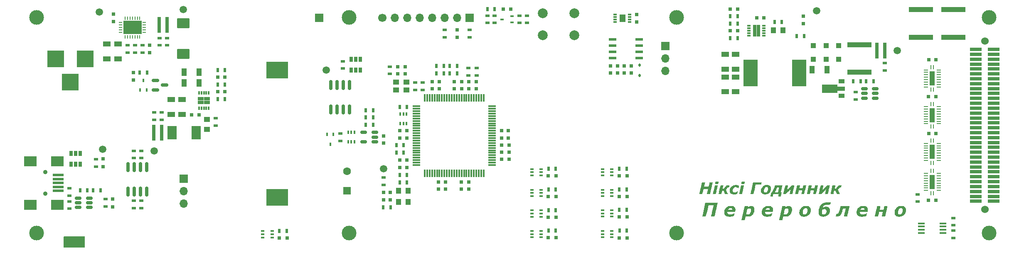
<source format=gbr>
%TF.GenerationSoftware,KiCad,Pcbnew,7.0.1*%
%TF.CreationDate,2023-08-11T20:35:27-05:00*%
%TF.ProjectId,Nixie_Clock_Core,4e697869-655f-4436-9c6f-636b5f436f72,B*%
%TF.SameCoordinates,Original*%
%TF.FileFunction,Soldermask,Top*%
%TF.FilePolarity,Negative*%
%FSLAX46Y46*%
G04 Gerber Fmt 4.6, Leading zero omitted, Abs format (unit mm)*
G04 Created by KiCad (PCBNEW 7.0.1) date 2023-08-11 20:35:27*
%MOMM*%
%LPD*%
G01*
G04 APERTURE LIST*
G04 Aperture macros list*
%AMRoundRect*
0 Rectangle with rounded corners*
0 $1 Rounding radius*
0 $2 $3 $4 $5 $6 $7 $8 $9 X,Y pos of 4 corners*
0 Add a 4 corners polygon primitive as box body*
4,1,4,$2,$3,$4,$5,$6,$7,$8,$9,$2,$3,0*
0 Add four circle primitives for the rounded corners*
1,1,$1+$1,$2,$3*
1,1,$1+$1,$4,$5*
1,1,$1+$1,$6,$7*
1,1,$1+$1,$8,$9*
0 Add four rect primitives between the rounded corners*
20,1,$1+$1,$2,$3,$4,$5,0*
20,1,$1+$1,$4,$5,$6,$7,0*
20,1,$1+$1,$6,$7,$8,$9,0*
20,1,$1+$1,$8,$9,$2,$3,0*%
%AMFreePoly0*
4,1,9,3.862500,-0.866500,0.737500,-0.866500,0.737500,-0.450000,-0.737500,-0.450000,-0.737500,0.450000,0.737500,0.450000,0.737500,0.866500,3.862500,0.866500,3.862500,-0.866500,3.862500,-0.866500,$1*%
G04 Aperture macros list end*
%ADD10R,1.600000X1.000000*%
%ADD11R,0.800000X0.750000*%
%ADD12R,0.500000X0.900000*%
%ADD13R,0.800000X3.200000*%
%ADD14R,0.900000X0.500000*%
%ADD15R,1.550000X0.600000*%
%ADD16C,0.900000*%
%ADD17R,2.300000X0.500000*%
%ADD18R,2.500000X2.000000*%
%ADD19C,1.500000*%
%ADD20R,2.900000X5.400000*%
%ADD21RoundRect,0.150000X0.150000X-0.825000X0.150000X0.825000X-0.150000X0.825000X-0.150000X-0.825000X0*%
%ADD22R,0.650000X0.400000*%
%ADD23R,1.300000X1.100000*%
%ADD24R,0.800000X0.800000*%
%ADD25R,0.400000X0.650000*%
%ADD26RoundRect,0.150000X0.512500X0.150000X-0.512500X0.150000X-0.512500X-0.150000X0.512500X-0.150000X0*%
%ADD27R,0.750000X0.800000*%
%ADD28R,1.000000X1.250000*%
%ADD29R,1.300000X0.900000*%
%ADD30FreePoly0,180.000000*%
%ADD31R,0.240000X0.900000*%
%ADD32R,0.900000X0.240000*%
%ADD33R,1.000000X2.900000*%
%ADD34R,1.700000X1.700000*%
%ADD35O,1.700000X1.700000*%
%ADD36R,1.000000X1.600000*%
%ADD37R,0.450000X0.700000*%
%ADD38C,3.000000*%
%ADD39R,1.250000X1.000000*%
%ADD40R,5.000000X1.000000*%
%ADD41RoundRect,0.150000X-0.150000X0.825000X-0.150000X-0.825000X0.150000X-0.825000X0.150000X0.825000X0*%
%ADD42R,1.903000X2.790000*%
%ADD43C,1.700000*%
%ADD44R,1.100000X1.100000*%
%ADD45R,1.450000X0.450000*%
%ADD46C,2.000000*%
%ADD47R,3.500000X3.500000*%
%ADD48R,0.650000X0.300000*%
%ADD49R,0.775000X1.240000*%
%ADD50R,1.100000X1.300000*%
%ADD51R,1.600000X1.600000*%
%ADD52C,1.600000*%
%ADD53R,0.650000X1.060000*%
%ADD54R,1.500000X0.300000*%
%ADD55R,0.300000X1.500000*%
%ADD56R,0.300000X0.650000*%
%ADD57R,1.240000X0.775000*%
%ADD58R,4.500000X3.500000*%
%ADD59RoundRect,0.250000X-1.025000X0.787500X-1.025000X-0.787500X1.025000X-0.787500X1.025000X0.787500X0*%
%ADD60R,0.700000X0.450000*%
%ADD61R,0.750000X0.300000*%
%ADD62R,1.300000X1.500000*%
%ADD63R,2.438400X0.660400*%
%ADD64C,1.524000*%
%ADD65RoundRect,0.112500X0.112500X-0.187500X0.112500X0.187500X-0.112500X0.187500X-0.112500X-0.187500X0*%
%ADD66RoundRect,0.150000X-0.587500X-0.150000X0.587500X-0.150000X0.587500X0.150000X-0.587500X0.150000X0*%
%ADD67R,0.250000X0.700000*%
%ADD68R,0.700000X0.250000*%
%ADD69R,1.825000X1.325000*%
G04 APERTURE END LIST*
%TO.C,G\u002A\u002A\u002A*%
G36*
X176741085Y-105313826D02*
G01*
X176809546Y-105314053D01*
X176862702Y-105314554D01*
X176902427Y-105315431D01*
X176930594Y-105316784D01*
X176949079Y-105318714D01*
X176959756Y-105321323D01*
X176964499Y-105324712D01*
X176965183Y-105328981D01*
X176964878Y-105330446D01*
X176961597Y-105344312D01*
X176954793Y-105373841D01*
X176945132Y-105416108D01*
X176933284Y-105468186D01*
X176919915Y-105527152D01*
X176913765Y-105554340D01*
X176866923Y-105761560D01*
X176554884Y-105761560D01*
X176479937Y-105761350D01*
X176411448Y-105760755D01*
X176351645Y-105759826D01*
X176302761Y-105758614D01*
X176267023Y-105757169D01*
X176246662Y-105755543D01*
X176242730Y-105754415D01*
X176244737Y-105743471D01*
X176250430Y-105716645D01*
X176259215Y-105676625D01*
X176270500Y-105626097D01*
X176283690Y-105567748D01*
X176292176Y-105530521D01*
X176341737Y-105313773D01*
X176655443Y-105313773D01*
X176741085Y-105313826D01*
G37*
G36*
X182085946Y-105313826D02*
G01*
X182154408Y-105314053D01*
X182207563Y-105314554D01*
X182247288Y-105315431D01*
X182275456Y-105316784D01*
X182293941Y-105318714D01*
X182304617Y-105321323D01*
X182309361Y-105324712D01*
X182310044Y-105328981D01*
X182309739Y-105330446D01*
X182306458Y-105344312D01*
X182299654Y-105373841D01*
X182289993Y-105416108D01*
X182278145Y-105468186D01*
X182264776Y-105527152D01*
X182258626Y-105554340D01*
X182211784Y-105761560D01*
X181899745Y-105761560D01*
X181824798Y-105761350D01*
X181756309Y-105760755D01*
X181696507Y-105759826D01*
X181647622Y-105758614D01*
X181611884Y-105757169D01*
X181591524Y-105755543D01*
X181587592Y-105754415D01*
X181589598Y-105743471D01*
X181595291Y-105716645D01*
X181604076Y-105676625D01*
X181615361Y-105626097D01*
X181628551Y-105567748D01*
X181637037Y-105530521D01*
X181686598Y-105313773D01*
X182000304Y-105313773D01*
X182085946Y-105313826D01*
G37*
G36*
X185706608Y-105592449D02*
G01*
X185692383Y-105651532D01*
X185678868Y-105708056D01*
X185667043Y-105757891D01*
X185657888Y-105796906D01*
X185652884Y-105818724D01*
X185641173Y-105871125D01*
X185079441Y-105875889D01*
X184517709Y-105880652D01*
X184293252Y-106857209D01*
X184068795Y-107833766D01*
X183751262Y-107836277D01*
X183665078Y-107836910D01*
X183596082Y-107837241D01*
X183542408Y-107837187D01*
X183502189Y-107836661D01*
X183473560Y-107835578D01*
X183454654Y-107833855D01*
X183443606Y-107831404D01*
X183438550Y-107828142D01*
X183437620Y-107823983D01*
X183438001Y-107821986D01*
X183440637Y-107810781D01*
X183447301Y-107782127D01*
X183457734Y-107737140D01*
X183471679Y-107676937D01*
X183488877Y-107602635D01*
X183509070Y-107515352D01*
X183531999Y-107416203D01*
X183557406Y-107306307D01*
X183585033Y-107186780D01*
X183614622Y-107058738D01*
X183645914Y-106923300D01*
X183678651Y-106781581D01*
X183712574Y-106634699D01*
X183717822Y-106611975D01*
X183993370Y-105418767D01*
X184870996Y-105418671D01*
X185748621Y-105418574D01*
X185706608Y-105592449D01*
G37*
G36*
X176563948Y-106019053D02*
G01*
X176630169Y-106019770D01*
X176687569Y-106020887D01*
X176733854Y-106022342D01*
X176766732Y-106024070D01*
X176783908Y-106026008D01*
X176785906Y-106026958D01*
X176783810Y-106036768D01*
X176777760Y-106063590D01*
X176768114Y-106105878D01*
X176755232Y-106162081D01*
X176739470Y-106230654D01*
X176721188Y-106310047D01*
X176700744Y-106398713D01*
X176678496Y-106495104D01*
X176654803Y-106597671D01*
X176630022Y-106704868D01*
X176604512Y-106815145D01*
X176578632Y-106926956D01*
X176552739Y-107038751D01*
X176527192Y-107148984D01*
X176502350Y-107256106D01*
X176478570Y-107358569D01*
X176456211Y-107454825D01*
X176435631Y-107543327D01*
X176417189Y-107622526D01*
X176401243Y-107690875D01*
X176388150Y-107746825D01*
X176378271Y-107788828D01*
X176371961Y-107815337D01*
X176371537Y-107817093D01*
X176366338Y-107838529D01*
X176071171Y-107838529D01*
X175993864Y-107838261D01*
X175925237Y-107837493D01*
X175867251Y-107836284D01*
X175821870Y-107834690D01*
X175791057Y-107832768D01*
X175776774Y-107830578D01*
X175776003Y-107829910D01*
X175778103Y-107819807D01*
X175784163Y-107792698D01*
X175793823Y-107750134D01*
X175806723Y-107693668D01*
X175822506Y-107624851D01*
X175840810Y-107545236D01*
X175861277Y-107456374D01*
X175883546Y-107359819D01*
X175907260Y-107257121D01*
X175932057Y-107149834D01*
X175957579Y-107039509D01*
X175983466Y-106927698D01*
X176009359Y-106815953D01*
X176034899Y-106705827D01*
X176059725Y-106598871D01*
X176083478Y-106496638D01*
X176105800Y-106400680D01*
X176126329Y-106312549D01*
X176144708Y-106233796D01*
X176160576Y-106165974D01*
X176173574Y-106110636D01*
X176183343Y-106069333D01*
X176189523Y-106043617D01*
X176191592Y-106035472D01*
X176194147Y-106030780D01*
X176200073Y-106027057D01*
X176211366Y-106024191D01*
X176230016Y-106022072D01*
X176258017Y-106020589D01*
X176297361Y-106019632D01*
X176350042Y-106019088D01*
X176418052Y-106018848D01*
X176491199Y-106018799D01*
X176563948Y-106019053D01*
G37*
G36*
X181908809Y-106019053D02*
G01*
X181975030Y-106019770D01*
X182032430Y-106020887D01*
X182078715Y-106022342D01*
X182111593Y-106024070D01*
X182128770Y-106026008D01*
X182130767Y-106026958D01*
X182128671Y-106036768D01*
X182122621Y-106063590D01*
X182112975Y-106105878D01*
X182100093Y-106162081D01*
X182084331Y-106230654D01*
X182066049Y-106310047D01*
X182045605Y-106398713D01*
X182023357Y-106495104D01*
X181999664Y-106597671D01*
X181974883Y-106704868D01*
X181949373Y-106815145D01*
X181923493Y-106926956D01*
X181897600Y-107038751D01*
X181872053Y-107148984D01*
X181847211Y-107256106D01*
X181823431Y-107358569D01*
X181801072Y-107454825D01*
X181780492Y-107543327D01*
X181762050Y-107622526D01*
X181746104Y-107690875D01*
X181733012Y-107746825D01*
X181723132Y-107788828D01*
X181716823Y-107815337D01*
X181716398Y-107817093D01*
X181711199Y-107838529D01*
X181416032Y-107838529D01*
X181338726Y-107838261D01*
X181270098Y-107837493D01*
X181212113Y-107836284D01*
X181166732Y-107834690D01*
X181135918Y-107832768D01*
X181121635Y-107830578D01*
X181120865Y-107829910D01*
X181122964Y-107819807D01*
X181129024Y-107792698D01*
X181138684Y-107750134D01*
X181151585Y-107693668D01*
X181167367Y-107624851D01*
X181185671Y-107545236D01*
X181206138Y-107456374D01*
X181228407Y-107359819D01*
X181252121Y-107257121D01*
X181276918Y-107149834D01*
X181302440Y-107039509D01*
X181328328Y-106927698D01*
X181354221Y-106815953D01*
X181379760Y-106705827D01*
X181404586Y-106598871D01*
X181428339Y-106496638D01*
X181450661Y-106400680D01*
X181471191Y-106312549D01*
X181489569Y-106233796D01*
X181505437Y-106165974D01*
X181518436Y-106110636D01*
X181528204Y-106069333D01*
X181534384Y-106043617D01*
X181536454Y-106035472D01*
X181539008Y-106030780D01*
X181544935Y-106027057D01*
X181556227Y-106024191D01*
X181574877Y-106022072D01*
X181602878Y-106020589D01*
X181642222Y-106019632D01*
X181694903Y-106019088D01*
X181762913Y-106018848D01*
X181836060Y-106018799D01*
X181908809Y-106019053D01*
G37*
G36*
X176763563Y-109632059D02*
G01*
X176760823Y-109643718D01*
X176754042Y-109672881D01*
X176743466Y-109718483D01*
X176729341Y-109779463D01*
X176711912Y-109854756D01*
X176691427Y-109943300D01*
X176668129Y-110044031D01*
X176642266Y-110155887D01*
X176614083Y-110277804D01*
X176583826Y-110408719D01*
X176551741Y-110547569D01*
X176518074Y-110693291D01*
X176483070Y-110844821D01*
X176452356Y-110977802D01*
X176416316Y-111133825D01*
X176381344Y-111285182D01*
X176347690Y-111430789D01*
X176315605Y-111569564D01*
X176285340Y-111700422D01*
X176257146Y-111822281D01*
X176231273Y-111934056D01*
X176207973Y-112034665D01*
X176187495Y-112123024D01*
X176170092Y-112198050D01*
X176156014Y-112258659D01*
X176145511Y-112303768D01*
X176138834Y-112332293D01*
X176136379Y-112342599D01*
X176126254Y-112383091D01*
X175764703Y-112383091D01*
X175672121Y-112383047D01*
X175596847Y-112382862D01*
X175537131Y-112382453D01*
X175491227Y-112381739D01*
X175457387Y-112380639D01*
X175433862Y-112379070D01*
X175418905Y-112376951D01*
X175410769Y-112374201D01*
X175407705Y-112370737D01*
X175407966Y-112366477D01*
X175407984Y-112366418D01*
X175410924Y-112354386D01*
X175417755Y-112325347D01*
X175428157Y-112280693D01*
X175441812Y-112221816D01*
X175458398Y-112150107D01*
X175477598Y-112066957D01*
X175499091Y-111973759D01*
X175522558Y-111871903D01*
X175547679Y-111762782D01*
X175574135Y-111647787D01*
X175601606Y-111528309D01*
X175629773Y-111405740D01*
X175658316Y-111281472D01*
X175686916Y-111156896D01*
X175715253Y-111033404D01*
X175743008Y-110912387D01*
X175769861Y-110795238D01*
X175795493Y-110683347D01*
X175819585Y-110578106D01*
X175841816Y-110480907D01*
X175861867Y-110393141D01*
X175879418Y-110316200D01*
X175894151Y-110251475D01*
X175905746Y-110200358D01*
X175913883Y-110164241D01*
X175918242Y-110144516D01*
X175918914Y-110141144D01*
X175909674Y-110139923D01*
X175883103Y-110138778D01*
X175840924Y-110137728D01*
X175784861Y-110136795D01*
X175716638Y-110136002D01*
X175637978Y-110135369D01*
X175550605Y-110134918D01*
X175456242Y-110134670D01*
X175397122Y-110134628D01*
X174875329Y-110134628D01*
X174617320Y-111256478D01*
X174359310Y-112378327D01*
X173997068Y-112380821D01*
X173634825Y-112383315D01*
X173660726Y-112271256D01*
X173665993Y-112248453D01*
X173675269Y-112208272D01*
X173688279Y-112151902D01*
X173704751Y-112080531D01*
X173724409Y-111995348D01*
X173746979Y-111897542D01*
X173772187Y-111788303D01*
X173799758Y-111668818D01*
X173829418Y-111540276D01*
X173860893Y-111403867D01*
X173893908Y-111260778D01*
X173928189Y-111112200D01*
X173963462Y-110959321D01*
X173980630Y-110884910D01*
X174274634Y-109610622D01*
X175521775Y-109610622D01*
X176768917Y-109610622D01*
X176763563Y-109632059D01*
G37*
G36*
X175499195Y-106516605D02*
G01*
X175465952Y-106660265D01*
X175433535Y-106800337D01*
X175402248Y-106935519D01*
X175372392Y-107064507D01*
X175344268Y-107185998D01*
X175318178Y-107298688D01*
X175294425Y-107401276D01*
X175273309Y-107492458D01*
X175255132Y-107570930D01*
X175240197Y-107635390D01*
X175228805Y-107684534D01*
X175221257Y-107717060D01*
X175219043Y-107726583D01*
X175192970Y-107838529D01*
X174876372Y-107838529D01*
X174559774Y-107838529D01*
X174676828Y-107331196D01*
X174699030Y-107234895D01*
X174720082Y-107143448D01*
X174739565Y-107058675D01*
X174757064Y-106982398D01*
X174772161Y-106916437D01*
X174784439Y-106862612D01*
X174793482Y-106822745D01*
X174798872Y-106798655D01*
X174800106Y-106792899D01*
X174806331Y-106761935D01*
X174348632Y-106761935D01*
X173890933Y-106761935D01*
X173880366Y-106811954D01*
X173876198Y-106830842D01*
X173868190Y-106866335D01*
X173856791Y-106916470D01*
X173842450Y-106979287D01*
X173825615Y-107052823D01*
X173806735Y-107135117D01*
X173786259Y-107224208D01*
X173764635Y-107318133D01*
X173757782Y-107347869D01*
X173645765Y-107833766D01*
X173328269Y-107836277D01*
X173242091Y-107836910D01*
X173173100Y-107837241D01*
X173119431Y-107837187D01*
X173079217Y-107836661D01*
X173050593Y-107835578D01*
X173031691Y-107833854D01*
X173020647Y-107831403D01*
X173015593Y-107828140D01*
X173014664Y-107823980D01*
X173015045Y-107821986D01*
X173017681Y-107810781D01*
X173024345Y-107782127D01*
X173034779Y-107737140D01*
X173048724Y-107676937D01*
X173065921Y-107602635D01*
X173086114Y-107515352D01*
X173109043Y-107416203D01*
X173134450Y-107306307D01*
X173162078Y-107186780D01*
X173191666Y-107058738D01*
X173222958Y-106923300D01*
X173255695Y-106781581D01*
X173289618Y-106634699D01*
X173294866Y-106611975D01*
X173570415Y-105418767D01*
X173887200Y-105418671D01*
X173962731Y-105418724D01*
X174031815Y-105418920D01*
X174092240Y-105419240D01*
X174141795Y-105419667D01*
X174178268Y-105420182D01*
X174199446Y-105420769D01*
X174203985Y-105421213D01*
X174201883Y-105430734D01*
X174195863Y-105456963D01*
X174186354Y-105498056D01*
X174173785Y-105552168D01*
X174158585Y-105617454D01*
X174141182Y-105692071D01*
X174122005Y-105774174D01*
X174103948Y-105851391D01*
X174083513Y-105938999D01*
X174064480Y-106021116D01*
X174047283Y-106095839D01*
X174032354Y-106161267D01*
X174020123Y-106215496D01*
X174011025Y-106256625D01*
X174005490Y-106282750D01*
X174003910Y-106291776D01*
X174006717Y-106294808D01*
X174016098Y-106297342D01*
X174033498Y-106299419D01*
X174060358Y-106301079D01*
X174098122Y-106302362D01*
X174148232Y-106303310D01*
X174212131Y-106303962D01*
X174291263Y-106304360D01*
X174387070Y-106304545D01*
X174458843Y-106304569D01*
X174913775Y-106304516D01*
X174983886Y-106002074D01*
X175002765Y-105920733D01*
X175021979Y-105838129D01*
X175040650Y-105758015D01*
X175057904Y-105684148D01*
X175072863Y-105620283D01*
X175084651Y-105570174D01*
X175087268Y-105559103D01*
X175120538Y-105418574D01*
X175436907Y-105418574D01*
X175753276Y-105418574D01*
X175499195Y-106516605D01*
G37*
G36*
X180631177Y-105977201D02*
G01*
X180699100Y-105984582D01*
X180757968Y-105994901D01*
X180821862Y-106008896D01*
X180887430Y-106025548D01*
X180951318Y-106043835D01*
X181010173Y-106062737D01*
X181060642Y-106081233D01*
X181099373Y-106098302D01*
X181123012Y-106112923D01*
X181124180Y-106113985D01*
X181124156Y-106124917D01*
X181119983Y-106151844D01*
X181112169Y-106192281D01*
X181101220Y-106243746D01*
X181087644Y-106303757D01*
X181071948Y-106369830D01*
X181071824Y-106370341D01*
X181011388Y-106619025D01*
X180969889Y-106619025D01*
X180948897Y-106617865D01*
X180931035Y-106612694D01*
X180911820Y-106600971D01*
X180886768Y-106580156D01*
X180862927Y-106558416D01*
X180786442Y-106496218D01*
X180707509Y-106450186D01*
X180622872Y-106419105D01*
X180529271Y-106401758D01*
X180430129Y-106396888D01*
X180375713Y-106397724D01*
X180334019Y-106400396D01*
X180298739Y-106405741D01*
X180263567Y-106414597D01*
X180238843Y-106422285D01*
X180146567Y-106462098D01*
X180063646Y-106517944D01*
X179991044Y-106588747D01*
X179929723Y-106673431D01*
X179880646Y-106770923D01*
X179851696Y-106854432D01*
X179839368Y-106912175D01*
X179831756Y-106979204D01*
X179828864Y-107050184D01*
X179830698Y-107119778D01*
X179837261Y-107182651D01*
X179848557Y-107233466D01*
X179851374Y-107241682D01*
X179884629Y-107310286D01*
X179929040Y-107365424D01*
X179985471Y-107407578D01*
X180054786Y-107437232D01*
X180137849Y-107454867D01*
X180235524Y-107460965D01*
X180244346Y-107460968D01*
X180343787Y-107455391D01*
X180436100Y-107438602D01*
X180525279Y-107409261D01*
X180615320Y-107366028D01*
X180710218Y-107307560D01*
X180718701Y-107301802D01*
X180757925Y-107275912D01*
X180786746Y-107259691D01*
X180809774Y-107251071D01*
X180831618Y-107247987D01*
X180839116Y-107247832D01*
X180880562Y-107247832D01*
X180817311Y-107497926D01*
X180754060Y-107748019D01*
X180652533Y-107788214D01*
X180526734Y-107832716D01*
X180409282Y-107863039D01*
X180330092Y-107876335D01*
X180287321Y-107880177D01*
X180231262Y-107882792D01*
X180166871Y-107884188D01*
X180099100Y-107884374D01*
X180032903Y-107883360D01*
X179973234Y-107881155D01*
X179925047Y-107877769D01*
X179906123Y-107875537D01*
X179774258Y-107848079D01*
X179650133Y-107804655D01*
X179597086Y-107780271D01*
X179548529Y-107755158D01*
X179510105Y-107731777D01*
X179475449Y-107705546D01*
X179438194Y-107671884D01*
X179414854Y-107649103D01*
X179375773Y-107609104D01*
X179346951Y-107575727D01*
X179324176Y-107543203D01*
X179303234Y-107505761D01*
X179288818Y-107476489D01*
X179257402Y-107404351D01*
X179235391Y-107336892D01*
X179221490Y-107268039D01*
X179214408Y-107191721D01*
X179212782Y-107119212D01*
X179218616Y-106990924D01*
X179236492Y-106874312D01*
X179266966Y-106765852D01*
X179269409Y-106758963D01*
X179328193Y-106622275D01*
X179401951Y-106497112D01*
X179490168Y-106383901D01*
X179592329Y-106283070D01*
X179707920Y-106195045D01*
X179836425Y-106120252D01*
X179977330Y-106059119D01*
X180130119Y-106012072D01*
X180186079Y-105999061D01*
X180262305Y-105986444D01*
X180351067Y-105977776D01*
X180446227Y-105973231D01*
X180541643Y-105972981D01*
X180631177Y-105977201D01*
G37*
G36*
X193405002Y-111563736D02*
G01*
X194111990Y-111563736D01*
X194112310Y-111627997D01*
X194114014Y-111677137D01*
X194117416Y-111715061D01*
X194122830Y-111745674D01*
X194128205Y-111765560D01*
X194158672Y-111834251D01*
X194203298Y-111890431D01*
X194261258Y-111933366D01*
X194331730Y-111962319D01*
X194354914Y-111968110D01*
X194404130Y-111977552D01*
X194443956Y-111981418D01*
X194483136Y-111979979D01*
X194530061Y-111973566D01*
X194616282Y-111950000D01*
X194697556Y-111909136D01*
X194772887Y-111852316D01*
X194841278Y-111780885D01*
X194901735Y-111696184D01*
X194953261Y-111599555D01*
X194994861Y-111492343D01*
X195025537Y-111375889D01*
X195040525Y-111285313D01*
X195045823Y-111226068D01*
X195048199Y-111159733D01*
X195047819Y-111091031D01*
X195044848Y-111024682D01*
X195039451Y-110965407D01*
X195031795Y-110917928D01*
X195027024Y-110899621D01*
X194996338Y-110831171D01*
X194951999Y-110775971D01*
X194894241Y-110734225D01*
X194823299Y-110706138D01*
X194797421Y-110699980D01*
X194704613Y-110689905D01*
X194615811Y-110697666D01*
X194531760Y-110722321D01*
X194453206Y-110762931D01*
X194380894Y-110818558D01*
X194315569Y-110888262D01*
X194257978Y-110971103D01*
X194208865Y-111066143D01*
X194168976Y-111172441D01*
X194139056Y-111289058D01*
X194119851Y-111415055D01*
X194112107Y-111549493D01*
X194111990Y-111563736D01*
X193405002Y-111563736D01*
X193404564Y-111539883D01*
X193417458Y-111395192D01*
X193445163Y-111250461D01*
X193486994Y-111108634D01*
X193542267Y-110972655D01*
X193610298Y-110845467D01*
X193673619Y-110751800D01*
X193774252Y-110633283D01*
X193887383Y-110529000D01*
X194012475Y-110439284D01*
X194148994Y-110364467D01*
X194296404Y-110304882D01*
X194454169Y-110260864D01*
X194467993Y-110257860D01*
X194529590Y-110247653D01*
X194604787Y-110239705D01*
X194688239Y-110234218D01*
X194774603Y-110231393D01*
X194858535Y-110231432D01*
X194934691Y-110234536D01*
X194979872Y-110238566D01*
X195119965Y-110262371D01*
X195246956Y-110299546D01*
X195360620Y-110349915D01*
X195460734Y-110413298D01*
X195547073Y-110489519D01*
X195619414Y-110578400D01*
X195677532Y-110679762D01*
X195721203Y-110793429D01*
X195733029Y-110836069D01*
X195741683Y-110884992D01*
X195747397Y-110948207D01*
X195750220Y-111021186D01*
X195750200Y-111099403D01*
X195747386Y-111178330D01*
X195741829Y-111253440D01*
X195733577Y-111320207D01*
X195727405Y-111354133D01*
X195686577Y-111512160D01*
X195633609Y-111656481D01*
X195567608Y-111788769D01*
X195487685Y-111910697D01*
X195392949Y-112023939D01*
X195344638Y-112073102D01*
X195226516Y-112175451D01*
X195100341Y-112260801D01*
X194965196Y-112329633D01*
X194820167Y-112382429D01*
X194697722Y-112413173D01*
X194642368Y-112421901D01*
X194572877Y-112428778D01*
X194494024Y-112433699D01*
X194410585Y-112436555D01*
X194327338Y-112437240D01*
X194249056Y-112435647D01*
X194180517Y-112431669D01*
X194130505Y-112425865D01*
X193995861Y-112396493D01*
X193873729Y-112353889D01*
X193764617Y-112298491D01*
X193669030Y-112230740D01*
X193587478Y-112151072D01*
X193520468Y-112059926D01*
X193468507Y-111957740D01*
X193432102Y-111844953D01*
X193425944Y-111817370D01*
X193407164Y-111681591D01*
X193405002Y-111563736D01*
G37*
G36*
X212802751Y-111563736D02*
G01*
X213509739Y-111563736D01*
X213510059Y-111627997D01*
X213511764Y-111677137D01*
X213515166Y-111715061D01*
X213520579Y-111745674D01*
X213525954Y-111765560D01*
X213556422Y-111834251D01*
X213601047Y-111890431D01*
X213659007Y-111933366D01*
X213729480Y-111962319D01*
X213752664Y-111968110D01*
X213801880Y-111977552D01*
X213841705Y-111981418D01*
X213880885Y-111979979D01*
X213927811Y-111973566D01*
X214014032Y-111950000D01*
X214095306Y-111909136D01*
X214170636Y-111852316D01*
X214239028Y-111780885D01*
X214299485Y-111696184D01*
X214351011Y-111599555D01*
X214392610Y-111492343D01*
X214423287Y-111375889D01*
X214438275Y-111285313D01*
X214443572Y-111226068D01*
X214445948Y-111159733D01*
X214445568Y-111091031D01*
X214442597Y-111024682D01*
X214437201Y-110965407D01*
X214429544Y-110917928D01*
X214424773Y-110899621D01*
X214394087Y-110831171D01*
X214349748Y-110775971D01*
X214291990Y-110734225D01*
X214221049Y-110706138D01*
X214195171Y-110699980D01*
X214102363Y-110689905D01*
X214013560Y-110697666D01*
X213929509Y-110722321D01*
X213850955Y-110762931D01*
X213778643Y-110818558D01*
X213713319Y-110888262D01*
X213655727Y-110971103D01*
X213606614Y-111066143D01*
X213566725Y-111172441D01*
X213536806Y-111289058D01*
X213517601Y-111415055D01*
X213509856Y-111549493D01*
X213509739Y-111563736D01*
X212802751Y-111563736D01*
X212802313Y-111539883D01*
X212815207Y-111395192D01*
X212842912Y-111250461D01*
X212884743Y-111108634D01*
X212940016Y-110972655D01*
X213008048Y-110845467D01*
X213071368Y-110751800D01*
X213172001Y-110633283D01*
X213285132Y-110529000D01*
X213410225Y-110439284D01*
X213546743Y-110364467D01*
X213694153Y-110304882D01*
X213851919Y-110260864D01*
X213865742Y-110257860D01*
X213927340Y-110247653D01*
X214002536Y-110239705D01*
X214085989Y-110234218D01*
X214172353Y-110231393D01*
X214256284Y-110231432D01*
X214332440Y-110234536D01*
X214377621Y-110238566D01*
X214517715Y-110262371D01*
X214644706Y-110299546D01*
X214758370Y-110349915D01*
X214858484Y-110413298D01*
X214944823Y-110489519D01*
X215017163Y-110578400D01*
X215075281Y-110679762D01*
X215118952Y-110793429D01*
X215130778Y-110836069D01*
X215139433Y-110884992D01*
X215145147Y-110948207D01*
X215147969Y-111021186D01*
X215147949Y-111099403D01*
X215145136Y-111178330D01*
X215139579Y-111253440D01*
X215131326Y-111320207D01*
X215125154Y-111354133D01*
X215084327Y-111512160D01*
X215031358Y-111656481D01*
X214965358Y-111788769D01*
X214885435Y-111910697D01*
X214790698Y-112023939D01*
X214742387Y-112073102D01*
X214624265Y-112175451D01*
X214498090Y-112260801D01*
X214362945Y-112329633D01*
X214217916Y-112382429D01*
X214095472Y-112413173D01*
X214040117Y-112421901D01*
X213970626Y-112428778D01*
X213891773Y-112433699D01*
X213808335Y-112436555D01*
X213725087Y-112437240D01*
X213646806Y-112435647D01*
X213578267Y-112431669D01*
X213528254Y-112425865D01*
X213393611Y-112396493D01*
X213271479Y-112353889D01*
X213162366Y-112298491D01*
X213066780Y-112230740D01*
X212985228Y-112151072D01*
X212918217Y-112059926D01*
X212866256Y-111957740D01*
X212829852Y-111844953D01*
X212823694Y-111817370D01*
X212804914Y-111681591D01*
X212802751Y-111563736D01*
G37*
G36*
X191110250Y-106040096D02*
G01*
X191102119Y-106073819D01*
X191090961Y-106120747D01*
X191077264Y-106178781D01*
X191061516Y-106245818D01*
X191044205Y-106319757D01*
X191025818Y-106398498D01*
X191006845Y-106479938D01*
X190987772Y-106561976D01*
X190969088Y-106642512D01*
X190951280Y-106719443D01*
X190934837Y-106790669D01*
X190920246Y-106854089D01*
X190907996Y-106907600D01*
X190898575Y-106949102D01*
X190892470Y-106976494D01*
X190890169Y-106987674D01*
X190890170Y-106987825D01*
X190896988Y-106981551D01*
X190916115Y-106962770D01*
X190946489Y-106932552D01*
X190987046Y-106891965D01*
X191036723Y-106842078D01*
X191094459Y-106783958D01*
X191159189Y-106718675D01*
X191229851Y-106647296D01*
X191305383Y-106570892D01*
X191371123Y-106504310D01*
X191850235Y-106018799D01*
X192126951Y-106018799D01*
X192403667Y-106018799D01*
X192398278Y-106045000D01*
X192394956Y-106059983D01*
X192387755Y-106091620D01*
X192377040Y-106138341D01*
X192363175Y-106198572D01*
X192346525Y-106270742D01*
X192327456Y-106353280D01*
X192306331Y-106444613D01*
X192283517Y-106543169D01*
X192259376Y-106647377D01*
X192234276Y-106755664D01*
X192208579Y-106866460D01*
X192182651Y-106978191D01*
X192156857Y-107089287D01*
X192131562Y-107198175D01*
X192107129Y-107303283D01*
X192083925Y-107403040D01*
X192062314Y-107495873D01*
X192042661Y-107580212D01*
X192025330Y-107654483D01*
X192010686Y-107717116D01*
X191999095Y-107766537D01*
X191990920Y-107801176D01*
X191986527Y-107819461D01*
X191985907Y-107821857D01*
X191983253Y-107826613D01*
X191977188Y-107830373D01*
X191965686Y-107833252D01*
X191946723Y-107835367D01*
X191918272Y-107836832D01*
X191878309Y-107837765D01*
X191824809Y-107838281D01*
X191755746Y-107838496D01*
X191694859Y-107838529D01*
X191408923Y-107838529D01*
X191415661Y-107807565D01*
X191419063Y-107792587D01*
X191426371Y-107760878D01*
X191437162Y-107714263D01*
X191451012Y-107654568D01*
X191467497Y-107583618D01*
X191486193Y-107503238D01*
X191506677Y-107415254D01*
X191528523Y-107321491D01*
X191540017Y-107272187D01*
X191562076Y-107177269D01*
X191582666Y-107088054D01*
X191601406Y-107006242D01*
X191617913Y-106933530D01*
X191631805Y-106871618D01*
X191642700Y-106822204D01*
X191650215Y-106786987D01*
X191653968Y-106767665D01*
X191654282Y-106764420D01*
X191647313Y-106770583D01*
X191628152Y-106789458D01*
X191597804Y-106820015D01*
X191557276Y-106861221D01*
X191507573Y-106912047D01*
X191449700Y-106971460D01*
X191384664Y-107038430D01*
X191313471Y-107111925D01*
X191237126Y-107190914D01*
X191156635Y-107274365D01*
X191132916Y-107298989D01*
X190614901Y-107836909D01*
X190369571Y-107837719D01*
X190291408Y-107837777D01*
X190230561Y-107837319D01*
X190185299Y-107836269D01*
X190153888Y-107834547D01*
X190134595Y-107832074D01*
X190125687Y-107828773D01*
X190124585Y-107826620D01*
X190126745Y-107815831D01*
X190132929Y-107787771D01*
X190142842Y-107743725D01*
X190156188Y-107684983D01*
X190172672Y-107612830D01*
X190191998Y-107528553D01*
X190213871Y-107433441D01*
X190237997Y-107328779D01*
X190264078Y-107215856D01*
X190291821Y-107095957D01*
X190320930Y-106970371D01*
X190332819Y-106919137D01*
X190540709Y-106023563D01*
X190828115Y-106021041D01*
X191115522Y-106018519D01*
X191110250Y-106040096D01*
G37*
G36*
X198322478Y-106040096D02*
G01*
X198314347Y-106073819D01*
X198303189Y-106120747D01*
X198289492Y-106178781D01*
X198273744Y-106245818D01*
X198256433Y-106319757D01*
X198238046Y-106398498D01*
X198219073Y-106479938D01*
X198200000Y-106561976D01*
X198181316Y-106642512D01*
X198163508Y-106719443D01*
X198147065Y-106790669D01*
X198132475Y-106854089D01*
X198120225Y-106907600D01*
X198110803Y-106949102D01*
X198104698Y-106976494D01*
X198102397Y-106987674D01*
X198102398Y-106987825D01*
X198109216Y-106981551D01*
X198128343Y-106962770D01*
X198158717Y-106932552D01*
X198199274Y-106891965D01*
X198248951Y-106842078D01*
X198306687Y-106783958D01*
X198371417Y-106718675D01*
X198442079Y-106647296D01*
X198517611Y-106570892D01*
X198583351Y-106504310D01*
X199062463Y-106018799D01*
X199339179Y-106018799D01*
X199615895Y-106018799D01*
X199610506Y-106045000D01*
X199607184Y-106059983D01*
X199599983Y-106091620D01*
X199589268Y-106138341D01*
X199575403Y-106198572D01*
X199558753Y-106270742D01*
X199539684Y-106353280D01*
X199518559Y-106444613D01*
X199495745Y-106543169D01*
X199471604Y-106647377D01*
X199446504Y-106755664D01*
X199420807Y-106866460D01*
X199394879Y-106978191D01*
X199369085Y-107089287D01*
X199343790Y-107198175D01*
X199319357Y-107303283D01*
X199296153Y-107403040D01*
X199274542Y-107495873D01*
X199254889Y-107580212D01*
X199237558Y-107654483D01*
X199222914Y-107717116D01*
X199211323Y-107766537D01*
X199203148Y-107801176D01*
X199198755Y-107819461D01*
X199198135Y-107821857D01*
X199195481Y-107826613D01*
X199189416Y-107830373D01*
X199177914Y-107833252D01*
X199158951Y-107835367D01*
X199130500Y-107836832D01*
X199090537Y-107837765D01*
X199037037Y-107838281D01*
X198967974Y-107838496D01*
X198907088Y-107838529D01*
X198621151Y-107838529D01*
X198627889Y-107807565D01*
X198631291Y-107792587D01*
X198638599Y-107760878D01*
X198649390Y-107714263D01*
X198663240Y-107654568D01*
X198679725Y-107583618D01*
X198698422Y-107503238D01*
X198718905Y-107415254D01*
X198740751Y-107321491D01*
X198752245Y-107272187D01*
X198774304Y-107177269D01*
X198794894Y-107088054D01*
X198813634Y-107006242D01*
X198830141Y-106933530D01*
X198844033Y-106871618D01*
X198854928Y-106822204D01*
X198862443Y-106786987D01*
X198866196Y-106767665D01*
X198866511Y-106764420D01*
X198859542Y-106770583D01*
X198840380Y-106789458D01*
X198810033Y-106820015D01*
X198769504Y-106861221D01*
X198719801Y-106912047D01*
X198661928Y-106971460D01*
X198596892Y-107038430D01*
X198525699Y-107111925D01*
X198449354Y-107190914D01*
X198368863Y-107274365D01*
X198345144Y-107298989D01*
X197827129Y-107836909D01*
X197581799Y-107837719D01*
X197503636Y-107837777D01*
X197442790Y-107837319D01*
X197397527Y-107836269D01*
X197366116Y-107834547D01*
X197346823Y-107832074D01*
X197337915Y-107828773D01*
X197336813Y-107826620D01*
X197338973Y-107815831D01*
X197345157Y-107787771D01*
X197355070Y-107743725D01*
X197368416Y-107684983D01*
X197384900Y-107612830D01*
X197404226Y-107528553D01*
X197426099Y-107433441D01*
X197450225Y-107328779D01*
X197476306Y-107215856D01*
X197504049Y-107095957D01*
X197533158Y-106970371D01*
X197545047Y-106919137D01*
X197752937Y-106023563D01*
X198040343Y-106021041D01*
X198327750Y-106018519D01*
X198322478Y-106040096D01*
G37*
G36*
X185589033Y-107099410D02*
G01*
X186201233Y-107099410D01*
X186202550Y-107184471D01*
X186211624Y-107259105D01*
X186226714Y-107314912D01*
X186253329Y-107365258D01*
X186291559Y-107410939D01*
X186335620Y-107445235D01*
X186341870Y-107448716D01*
X186369901Y-107459712D01*
X186409160Y-107470548D01*
X186451888Y-107479444D01*
X186490327Y-107484622D01*
X186500985Y-107485218D01*
X186528400Y-107483677D01*
X186563762Y-107478859D01*
X186581967Y-107475445D01*
X186664267Y-107448617D01*
X186740728Y-107404322D01*
X186810451Y-107343493D01*
X186872538Y-107267066D01*
X186926089Y-107175975D01*
X186969965Y-107071843D01*
X186992648Y-106998676D01*
X187008296Y-106925927D01*
X187017733Y-106848017D01*
X187021782Y-106759369D01*
X187022076Y-106719062D01*
X187021621Y-106663097D01*
X187020097Y-106621698D01*
X187016981Y-106590387D01*
X187011747Y-106564682D01*
X187003872Y-106540104D01*
X186999890Y-106529650D01*
X186966518Y-106465677D01*
X186922089Y-106416752D01*
X186865692Y-106382205D01*
X186796419Y-106361365D01*
X186765784Y-106356816D01*
X186680739Y-106356344D01*
X186599300Y-106373804D01*
X186522550Y-106408241D01*
X186451574Y-106458701D01*
X186387455Y-106524227D01*
X186331278Y-106603866D01*
X186284127Y-106696661D01*
X186247086Y-106801658D01*
X186242664Y-106817669D01*
X186221405Y-106912408D01*
X186207556Y-107007522D01*
X186201233Y-107099410D01*
X185589033Y-107099410D01*
X185595329Y-106987814D01*
X185620999Y-106839818D01*
X185662809Y-106699957D01*
X185719984Y-106569149D01*
X185791753Y-106448308D01*
X185877341Y-106338352D01*
X185975976Y-106240195D01*
X186086885Y-106154754D01*
X186209295Y-106082946D01*
X186342431Y-106025685D01*
X186485523Y-105983888D01*
X186580054Y-105965966D01*
X186641586Y-105959034D01*
X186714400Y-105954621D01*
X186792249Y-105952787D01*
X186868887Y-105953593D01*
X186938064Y-105957100D01*
X186984968Y-105962051D01*
X187108017Y-105985831D01*
X187216603Y-106020173D01*
X187312650Y-106065913D01*
X187398081Y-106123887D01*
X187439628Y-106159780D01*
X187507296Y-106234571D01*
X187560932Y-106319961D01*
X187601435Y-106417608D01*
X187623536Y-106498987D01*
X187631231Y-106550384D01*
X187635488Y-106615514D01*
X187636447Y-106689393D01*
X187634247Y-106767037D01*
X187629027Y-106843463D01*
X187620926Y-106913688D01*
X187610360Y-106971538D01*
X187566823Y-107120574D01*
X187508182Y-107258599D01*
X187434882Y-107385049D01*
X187347366Y-107499359D01*
X187246078Y-107600965D01*
X187131462Y-107689304D01*
X187003961Y-107763812D01*
X186976261Y-107777332D01*
X186866685Y-107822152D01*
X186752737Y-107854476D01*
X186631061Y-107874964D01*
X186498300Y-107884273D01*
X186427616Y-107884948D01*
X186372642Y-107883963D01*
X186319303Y-107882041D01*
X186273006Y-107879441D01*
X186239157Y-107876420D01*
X186233876Y-107875719D01*
X186140821Y-107858225D01*
X186055882Y-107833100D01*
X185969484Y-107797404D01*
X185952170Y-107789211D01*
X185902134Y-107763887D01*
X185863294Y-107740501D01*
X185828978Y-107714371D01*
X185792515Y-107680813D01*
X185779688Y-107668125D01*
X185738898Y-107624974D01*
X185707886Y-107585448D01*
X185681101Y-107541846D01*
X185661836Y-107504659D01*
X185632021Y-107438269D01*
X185610699Y-107375011D01*
X185596759Y-107309551D01*
X185589090Y-107236553D01*
X185586583Y-107150682D01*
X185586572Y-107143031D01*
X185589033Y-107099410D01*
G37*
G36*
X193539911Y-106040100D02*
G01*
X193530525Y-106080227D01*
X193518781Y-106130977D01*
X193505271Y-106189744D01*
X193490585Y-106253919D01*
X193475314Y-106320895D01*
X193460052Y-106388065D01*
X193445388Y-106452821D01*
X193431913Y-106512556D01*
X193420220Y-106564662D01*
X193410900Y-106606531D01*
X193404543Y-106635556D01*
X193401742Y-106649129D01*
X193401660Y-106649756D01*
X193410827Y-106651477D01*
X193436886Y-106653055D01*
X193477676Y-106654443D01*
X193531034Y-106655593D01*
X193594799Y-106656456D01*
X193666808Y-106656984D01*
X193733264Y-106657134D01*
X194064868Y-106657134D01*
X194105820Y-106478496D01*
X194121683Y-106409583D01*
X194139026Y-106334723D01*
X194156275Y-106260673D01*
X194171858Y-106194196D01*
X194180091Y-106159328D01*
X194213412Y-106018799D01*
X194507798Y-106018799D01*
X194594192Y-106018963D01*
X194663131Y-106019497D01*
X194716211Y-106020467D01*
X194755029Y-106021935D01*
X194781182Y-106023969D01*
X194796266Y-106026631D01*
X194801880Y-106029987D01*
X194802008Y-106030709D01*
X194799873Y-106041498D01*
X194793717Y-106069560D01*
X194783835Y-106113607D01*
X194770521Y-106172351D01*
X194754071Y-106244507D01*
X194734779Y-106328786D01*
X194712939Y-106423902D01*
X194688848Y-106528567D01*
X194662799Y-106641494D01*
X194635088Y-106761396D01*
X194606009Y-106886986D01*
X194594138Y-106938192D01*
X194386446Y-107833766D01*
X194089364Y-107836283D01*
X194016313Y-107836774D01*
X193949780Y-107836975D01*
X193892050Y-107836899D01*
X193845405Y-107836558D01*
X193812130Y-107835964D01*
X193794510Y-107835132D01*
X193792282Y-107834642D01*
X193794405Y-107824778D01*
X193800465Y-107798333D01*
X193810005Y-107757268D01*
X193822565Y-107703543D01*
X193837688Y-107639117D01*
X193854914Y-107565951D01*
X193873784Y-107486005D01*
X193882793Y-107447907D01*
X193902259Y-107365530D01*
X193920290Y-107289047D01*
X193936426Y-107220417D01*
X193950209Y-107161598D01*
X193961181Y-107114551D01*
X193968882Y-107081233D01*
X193972854Y-107063605D01*
X193973303Y-107061308D01*
X193964135Y-107060372D01*
X193938068Y-107059513D01*
X193897259Y-107058757D01*
X193843863Y-107058131D01*
X193780036Y-107057659D01*
X193707935Y-107057369D01*
X193639844Y-107057284D01*
X193562278Y-107057360D01*
X193491102Y-107057576D01*
X193428472Y-107057915D01*
X193376545Y-107058357D01*
X193337476Y-107058886D01*
X193313422Y-107059484D01*
X193306386Y-107060048D01*
X193304311Y-107069378D01*
X193298452Y-107094895D01*
X193289362Y-107134230D01*
X193277592Y-107185016D01*
X193263693Y-107244883D01*
X193248217Y-107311464D01*
X193231715Y-107382389D01*
X193214738Y-107455291D01*
X193197839Y-107527802D01*
X193181568Y-107597552D01*
X193166477Y-107662174D01*
X193153117Y-107719299D01*
X193142040Y-107766559D01*
X193133797Y-107801585D01*
X193130120Y-107817093D01*
X193125003Y-107838529D01*
X192829835Y-107838529D01*
X192743343Y-107838367D01*
X192674308Y-107837835D01*
X192621134Y-107836871D01*
X192582227Y-107835410D01*
X192555991Y-107833386D01*
X192540830Y-107830736D01*
X192535151Y-107827396D01*
X192535012Y-107826620D01*
X192537173Y-107815831D01*
X192543357Y-107787771D01*
X192553270Y-107743725D01*
X192566615Y-107684983D01*
X192583099Y-107612830D01*
X192602426Y-107528553D01*
X192624299Y-107433441D01*
X192648424Y-107328779D01*
X192674506Y-107215856D01*
X192702249Y-107095957D01*
X192731358Y-106970371D01*
X192743247Y-106919137D01*
X192951137Y-106023563D01*
X193248069Y-106021045D01*
X193545002Y-106018527D01*
X193539911Y-106040100D01*
G37*
G36*
X195940812Y-106040100D02*
G01*
X195931426Y-106080227D01*
X195919681Y-106130977D01*
X195906171Y-106189744D01*
X195891485Y-106253919D01*
X195876215Y-106320895D01*
X195860952Y-106388065D01*
X195846288Y-106452821D01*
X195832814Y-106512556D01*
X195821121Y-106564662D01*
X195811800Y-106606531D01*
X195805443Y-106635556D01*
X195802642Y-106649129D01*
X195802560Y-106649756D01*
X195811727Y-106651477D01*
X195837786Y-106653055D01*
X195878576Y-106654443D01*
X195931935Y-106655593D01*
X195995699Y-106656456D01*
X196067709Y-106656984D01*
X196134164Y-106657134D01*
X196465768Y-106657134D01*
X196506720Y-106478496D01*
X196522583Y-106409583D01*
X196539926Y-106334723D01*
X196557175Y-106260673D01*
X196572758Y-106194196D01*
X196580992Y-106159328D01*
X196614312Y-106018799D01*
X196908699Y-106018799D01*
X196995093Y-106018963D01*
X197064031Y-106019497D01*
X197117111Y-106020467D01*
X197155929Y-106021935D01*
X197182082Y-106023969D01*
X197197167Y-106026631D01*
X197202780Y-106029987D01*
X197202908Y-106030709D01*
X197200773Y-106041498D01*
X197194617Y-106069560D01*
X197184735Y-106113607D01*
X197171422Y-106172351D01*
X197154971Y-106244507D01*
X197135679Y-106328786D01*
X197113840Y-106423902D01*
X197089748Y-106528567D01*
X197063700Y-106641494D01*
X197035988Y-106761396D01*
X197006909Y-106886986D01*
X196995039Y-106938192D01*
X196787347Y-107833766D01*
X196490265Y-107836283D01*
X196417214Y-107836774D01*
X196350681Y-107836975D01*
X196292950Y-107836899D01*
X196246305Y-107836558D01*
X196213031Y-107835964D01*
X196195410Y-107835132D01*
X196193183Y-107834642D01*
X196195305Y-107824778D01*
X196201365Y-107798333D01*
X196210905Y-107757268D01*
X196223465Y-107703543D01*
X196238588Y-107639117D01*
X196255814Y-107565951D01*
X196274684Y-107486005D01*
X196283693Y-107447907D01*
X196303159Y-107365530D01*
X196321190Y-107289047D01*
X196337326Y-107220417D01*
X196351110Y-107161598D01*
X196362081Y-107114551D01*
X196369782Y-107081233D01*
X196373754Y-107063605D01*
X196374203Y-107061308D01*
X196365035Y-107060372D01*
X196338968Y-107059513D01*
X196298159Y-107058757D01*
X196244763Y-107058131D01*
X196180937Y-107057659D01*
X196108836Y-107057369D01*
X196040745Y-107057284D01*
X195963178Y-107057360D01*
X195892002Y-107057576D01*
X195829372Y-107057915D01*
X195777445Y-107058357D01*
X195738376Y-107058886D01*
X195714322Y-107059484D01*
X195707286Y-107060048D01*
X195705211Y-107069378D01*
X195699353Y-107094895D01*
X195690263Y-107134230D01*
X195678492Y-107185016D01*
X195664593Y-107244883D01*
X195649117Y-107311464D01*
X195632615Y-107382389D01*
X195615639Y-107455291D01*
X195598739Y-107527802D01*
X195582468Y-107597552D01*
X195567377Y-107662174D01*
X195554017Y-107719299D01*
X195542940Y-107766559D01*
X195534697Y-107801585D01*
X195531020Y-107817093D01*
X195525903Y-107838529D01*
X195230736Y-107838529D01*
X195144243Y-107838367D01*
X195075208Y-107837835D01*
X195022034Y-107836871D01*
X194983127Y-107835410D01*
X194956891Y-107833386D01*
X194941731Y-107830736D01*
X194936051Y-107827396D01*
X194935913Y-107826620D01*
X194938073Y-107815831D01*
X194944257Y-107787771D01*
X194954170Y-107743725D01*
X194967516Y-107684983D01*
X194983999Y-107612830D01*
X195003326Y-107528553D01*
X195025199Y-107433441D01*
X195049325Y-107328779D01*
X195075406Y-107215856D01*
X195103149Y-107095957D01*
X195132258Y-106970371D01*
X195144147Y-106919137D01*
X195352037Y-106023563D01*
X195648970Y-106021045D01*
X195945902Y-106018527D01*
X195940812Y-106040100D01*
G37*
G36*
X202860453Y-110296684D02*
G01*
X202998605Y-110296948D01*
X203125364Y-110297378D01*
X203239851Y-110297966D01*
X203341185Y-110298703D01*
X203428488Y-110299580D01*
X203500879Y-110300589D01*
X203557479Y-110301723D01*
X203597408Y-110302971D01*
X203619788Y-110304326D01*
X203624541Y-110305349D01*
X203622453Y-110315244D01*
X203616412Y-110342256D01*
X203606751Y-110384939D01*
X203593803Y-110441844D01*
X203577901Y-110511523D01*
X203559378Y-110592528D01*
X203538567Y-110683411D01*
X203515802Y-110782723D01*
X203491415Y-110889016D01*
X203465740Y-111000843D01*
X203439109Y-111116755D01*
X203411857Y-111235304D01*
X203384315Y-111355042D01*
X203356817Y-111474520D01*
X203329697Y-111592292D01*
X203303286Y-111706908D01*
X203277919Y-111816920D01*
X203253929Y-111920881D01*
X203231648Y-112017342D01*
X203211410Y-112104856D01*
X203193547Y-112181973D01*
X203178394Y-112247246D01*
X203166282Y-112299227D01*
X203157546Y-112336467D01*
X203152518Y-112357519D01*
X203152043Y-112359434D01*
X203146106Y-112383091D01*
X202808917Y-112383091D01*
X202730902Y-112382873D01*
X202659266Y-112382255D01*
X202596152Y-112381286D01*
X202543704Y-112380018D01*
X202504067Y-112378501D01*
X202479385Y-112376787D01*
X202471727Y-112375094D01*
X202473832Y-112364800D01*
X202479934Y-112337324D01*
X202489717Y-112294043D01*
X202502866Y-112236336D01*
X202519063Y-112165579D01*
X202537994Y-112083151D01*
X202559341Y-111990429D01*
X202582788Y-111888792D01*
X202608019Y-111779616D01*
X202634718Y-111664279D01*
X202651595Y-111591467D01*
X202679203Y-111472389D01*
X202705676Y-111358157D01*
X202730682Y-111250204D01*
X202753891Y-111149962D01*
X202774970Y-111058865D01*
X202793590Y-110978343D01*
X202809417Y-110909830D01*
X202822122Y-110854759D01*
X202831372Y-110814561D01*
X202836837Y-110790668D01*
X202838136Y-110784872D01*
X202844809Y-110753908D01*
X202574049Y-110753908D01*
X202303290Y-110753908D01*
X202248143Y-110970656D01*
X202212579Y-111108278D01*
X202180037Y-111229290D01*
X202149834Y-111335773D01*
X202121287Y-111429809D01*
X202093710Y-111513477D01*
X202066420Y-111588860D01*
X202038734Y-111658038D01*
X202009967Y-111723093D01*
X201981504Y-111781995D01*
X201952333Y-111838725D01*
X201926585Y-111884889D01*
X201900381Y-111926635D01*
X201869846Y-111970111D01*
X201831102Y-112021464D01*
X201827750Y-112025814D01*
X201736345Y-112132366D01*
X201640693Y-112220453D01*
X201540557Y-112290236D01*
X201435704Y-112341877D01*
X201325898Y-112375537D01*
X201316867Y-112377463D01*
X201278091Y-112383002D01*
X201224337Y-112387201D01*
X201159638Y-112389987D01*
X201088028Y-112391285D01*
X201013540Y-112391022D01*
X200940210Y-112389125D01*
X200872760Y-112385568D01*
X200821992Y-112382043D01*
X200828210Y-112346839D01*
X200832064Y-112327926D01*
X200839596Y-112293461D01*
X200850130Y-112246442D01*
X200862991Y-112189866D01*
X200877502Y-112126732D01*
X200888751Y-112078214D01*
X200943075Y-111844793D01*
X201038103Y-111844051D01*
X201103014Y-111841592D01*
X201153885Y-111834355D01*
X201195451Y-111820828D01*
X201232445Y-111799497D01*
X201267581Y-111770705D01*
X201326791Y-111706341D01*
X201383769Y-111623773D01*
X201438101Y-111523768D01*
X201489370Y-111407089D01*
X201537162Y-111274502D01*
X201537395Y-111273789D01*
X201550898Y-111230457D01*
X201568288Y-111171495D01*
X201588794Y-111099749D01*
X201611645Y-111018065D01*
X201636072Y-110929290D01*
X201661302Y-110836269D01*
X201686567Y-110741851D01*
X201711095Y-110648880D01*
X201734115Y-110560203D01*
X201754858Y-110478667D01*
X201772551Y-110407117D01*
X201776801Y-110389486D01*
X201799034Y-110296594D01*
X202711787Y-110296594D01*
X202860453Y-110296684D01*
G37*
G36*
X187838100Y-107438379D02*
G01*
X188390895Y-107438379D01*
X188714326Y-107438379D01*
X189037756Y-107438379D01*
X189042844Y-107416943D01*
X189058540Y-107350722D01*
X189076196Y-107276066D01*
X189095356Y-107194920D01*
X189115563Y-107109229D01*
X189136360Y-107020938D01*
X189157290Y-106931994D01*
X189177896Y-106844340D01*
X189197722Y-106759923D01*
X189216310Y-106680687D01*
X189233204Y-106608578D01*
X189247946Y-106545541D01*
X189260081Y-106493522D01*
X189269150Y-106454465D01*
X189274698Y-106430316D01*
X189276303Y-106422947D01*
X189267246Y-106421752D01*
X189241945Y-106420928D01*
X189203211Y-106420499D01*
X189153852Y-106420493D01*
X189096677Y-106420934D01*
X189079940Y-106421138D01*
X188883577Y-106423713D01*
X188848151Y-106523751D01*
X188795524Y-106663988D01*
X188736916Y-106805236D01*
X188674012Y-106944033D01*
X188608496Y-107076917D01*
X188542054Y-107200429D01*
X188476369Y-107311107D01*
X188431921Y-107378833D01*
X188390895Y-107438379D01*
X187838100Y-107438379D01*
X187898805Y-107345487D01*
X187984141Y-107205285D01*
X188067662Y-107049414D01*
X188147937Y-106881259D01*
X188223534Y-106704204D01*
X188293019Y-106521631D01*
X188354960Y-106336923D01*
X188407926Y-106153465D01*
X188415080Y-106125983D01*
X188442566Y-106018799D01*
X189201408Y-106018799D01*
X189960250Y-106018799D01*
X189952173Y-106054527D01*
X189945499Y-106083748D01*
X189935344Y-106127795D01*
X189922126Y-106184884D01*
X189906262Y-106253230D01*
X189888168Y-106331049D01*
X189868262Y-106416555D01*
X189846960Y-106507965D01*
X189824680Y-106603493D01*
X189801838Y-106701356D01*
X189778852Y-106799767D01*
X189756137Y-106896944D01*
X189734112Y-106991101D01*
X189713193Y-107080454D01*
X189693798Y-107163218D01*
X189676342Y-107237608D01*
X189661243Y-107301840D01*
X189648918Y-107354129D01*
X189639784Y-107392691D01*
X189634258Y-107415742D01*
X189632754Y-107421706D01*
X189632028Y-107429247D01*
X189637649Y-107434107D01*
X189652790Y-107436865D01*
X189680626Y-107438096D01*
X189724331Y-107438379D01*
X189724468Y-107438379D01*
X189770285Y-107438967D01*
X189799436Y-107440932D01*
X189814277Y-107444578D01*
X189817166Y-107450207D01*
X189817137Y-107450289D01*
X189814206Y-107461794D01*
X189807525Y-107489958D01*
X189797537Y-107532850D01*
X189784687Y-107588541D01*
X189769419Y-107655102D01*
X189752176Y-107730603D01*
X189733404Y-107813115D01*
X189718462Y-107878994D01*
X189624053Y-108295791D01*
X189359668Y-108295817D01*
X189290917Y-108295638D01*
X189228821Y-108295119D01*
X189175802Y-108294309D01*
X189134282Y-108293258D01*
X189106681Y-108292015D01*
X189095421Y-108290628D01*
X189095283Y-108290453D01*
X189097291Y-108279933D01*
X189102893Y-108253708D01*
X189111458Y-108214653D01*
X189122354Y-108165644D01*
X189134949Y-108109556D01*
X189137666Y-108097523D01*
X189151240Y-108037430D01*
X189163953Y-107981086D01*
X189174990Y-107932114D01*
X189183533Y-107894141D01*
X189188765Y-107870792D01*
X189189054Y-107869493D01*
X189198059Y-107829002D01*
X188663156Y-107829030D01*
X188128254Y-107829057D01*
X188075913Y-108062450D01*
X188023573Y-108295844D01*
X187758371Y-108295844D01*
X187493169Y-108295844D01*
X187499743Y-108264880D01*
X187503094Y-108249637D01*
X187510078Y-108218262D01*
X187520144Y-108173211D01*
X187532740Y-108116943D01*
X187547314Y-108051913D01*
X187563314Y-107980580D01*
X187580189Y-107905400D01*
X187597386Y-107828831D01*
X187614354Y-107753329D01*
X187630540Y-107681351D01*
X187645393Y-107615356D01*
X187658362Y-107557799D01*
X187668893Y-107511138D01*
X187676436Y-107477830D01*
X187680438Y-107460332D01*
X187680559Y-107459816D01*
X187684440Y-107449137D01*
X187692650Y-107442748D01*
X187709328Y-107439557D01*
X187738617Y-107438473D01*
X187761847Y-107438379D01*
X187838100Y-107438379D01*
G37*
G36*
X178170324Y-111062680D02*
G01*
X178815238Y-111062680D01*
X178824455Y-111063817D01*
X178850864Y-111064878D01*
X178892601Y-111065838D01*
X178947805Y-111066674D01*
X179014612Y-111067363D01*
X179091160Y-111067882D01*
X179175585Y-111068206D01*
X179261914Y-111068312D01*
X179708590Y-111068312D01*
X179714335Y-111046875D01*
X179718991Y-111014529D01*
X179720179Y-110970672D01*
X179718182Y-110922475D01*
X179713286Y-110877108D01*
X179706263Y-110843350D01*
X179679466Y-110785250D01*
X179637336Y-110736523D01*
X179581574Y-110698005D01*
X179513880Y-110670529D01*
X179435956Y-110654931D01*
X179349501Y-110652043D01*
X179320189Y-110653951D01*
X179216241Y-110671844D01*
X179121742Y-110706256D01*
X179036901Y-110757044D01*
X178961926Y-110824064D01*
X178897023Y-110907173D01*
X178858405Y-110973469D01*
X178840079Y-111009487D01*
X178825616Y-111038934D01*
X178816912Y-111057890D01*
X178815238Y-111062680D01*
X178170324Y-111062680D01*
X178206486Y-110969415D01*
X178278263Y-110834439D01*
X178364467Y-110711485D01*
X178464566Y-110601022D01*
X178578025Y-110503515D01*
X178704312Y-110419431D01*
X178842892Y-110349237D01*
X178993232Y-110293399D01*
X179131721Y-110257174D01*
X179196209Y-110246490D01*
X179274554Y-110238537D01*
X179361735Y-110233435D01*
X179452734Y-110231304D01*
X179542531Y-110232264D01*
X179626107Y-110236436D01*
X179696521Y-110243668D01*
X179829763Y-110269014D01*
X179949582Y-110306003D01*
X180055432Y-110354345D01*
X180146766Y-110413749D01*
X180223038Y-110483924D01*
X180275741Y-110552011D01*
X180315382Y-110618493D01*
X180345201Y-110683211D01*
X180366127Y-110750110D01*
X180379087Y-110823135D01*
X180385010Y-110906232D01*
X180384825Y-111003345D01*
X180384499Y-111014187D01*
X180380467Y-111099154D01*
X180373685Y-111171555D01*
X180363110Y-111237806D01*
X180347694Y-111304318D01*
X180326392Y-111377507D01*
X180324063Y-111384915D01*
X180300681Y-111458935D01*
X179524614Y-111458935D01*
X178748547Y-111458935D01*
X178748547Y-111500058D01*
X178756855Y-111589644D01*
X178781008Y-111673555D01*
X178819848Y-111748803D01*
X178867850Y-111808102D01*
X178927706Y-111857599D01*
X178998826Y-111896859D01*
X179082967Y-111926580D01*
X179181882Y-111947462D01*
X179235979Y-111954646D01*
X179366259Y-111962011D01*
X179495472Y-111954552D01*
X179625672Y-111931821D01*
X179758913Y-111893371D01*
X179897248Y-111838752D01*
X180006161Y-111786610D01*
X180064926Y-111757702D01*
X180109685Y-111738450D01*
X180142382Y-111728087D01*
X180160981Y-111725681D01*
X180183999Y-111727380D01*
X180196246Y-111731566D01*
X180196849Y-111732847D01*
X180194801Y-111747482D01*
X180188881Y-111777185D01*
X180179788Y-111819044D01*
X180168221Y-111870148D01*
X180154880Y-111927585D01*
X180140462Y-111988445D01*
X180125669Y-112049816D01*
X180111197Y-112108788D01*
X180097748Y-112162449D01*
X180086019Y-112207887D01*
X180076710Y-112242193D01*
X180070520Y-112262454D01*
X180068678Y-112266579D01*
X180049960Y-112279053D01*
X180015492Y-112294532D01*
X179968180Y-112312143D01*
X179910928Y-112331012D01*
X179846643Y-112350266D01*
X179778230Y-112369032D01*
X179708595Y-112386435D01*
X179640643Y-112401603D01*
X179582192Y-112412819D01*
X179519973Y-112421358D01*
X179444143Y-112428194D01*
X179359156Y-112433235D01*
X179269467Y-112436388D01*
X179179529Y-112437561D01*
X179093796Y-112436661D01*
X179016724Y-112433596D01*
X178952765Y-112428273D01*
X178936783Y-112426219D01*
X178787796Y-112397708D01*
X178652051Y-112356702D01*
X178529905Y-112303477D01*
X178421719Y-112238308D01*
X178327851Y-112161471D01*
X178248661Y-112073242D01*
X178184508Y-111973895D01*
X178135751Y-111863706D01*
X178115023Y-111796294D01*
X178096560Y-111700011D01*
X178087726Y-111591994D01*
X178088289Y-111476812D01*
X178098016Y-111359035D01*
X178116675Y-111243234D01*
X178144031Y-111133977D01*
X178149670Y-111115949D01*
X178170324Y-111062680D01*
G37*
G36*
X185830339Y-111062680D02*
G01*
X186475253Y-111062680D01*
X186484470Y-111063817D01*
X186510879Y-111064878D01*
X186552616Y-111065838D01*
X186607820Y-111066674D01*
X186674627Y-111067363D01*
X186751175Y-111067882D01*
X186835600Y-111068206D01*
X186921929Y-111068312D01*
X187368605Y-111068312D01*
X187374350Y-111046875D01*
X187379006Y-111014529D01*
X187380194Y-110970672D01*
X187378197Y-110922475D01*
X187373301Y-110877108D01*
X187366278Y-110843350D01*
X187339481Y-110785250D01*
X187297351Y-110736523D01*
X187241589Y-110698005D01*
X187173895Y-110670529D01*
X187095971Y-110654931D01*
X187009516Y-110652043D01*
X186980204Y-110653951D01*
X186876256Y-110671844D01*
X186781757Y-110706256D01*
X186696917Y-110757044D01*
X186621941Y-110824064D01*
X186557038Y-110907173D01*
X186518420Y-110973469D01*
X186500094Y-111009487D01*
X186485631Y-111038934D01*
X186476927Y-111057890D01*
X186475253Y-111062680D01*
X185830339Y-111062680D01*
X185866501Y-110969415D01*
X185938278Y-110834439D01*
X186024482Y-110711485D01*
X186124581Y-110601022D01*
X186238040Y-110503515D01*
X186364327Y-110419431D01*
X186502907Y-110349237D01*
X186653247Y-110293399D01*
X186791736Y-110257174D01*
X186856224Y-110246490D01*
X186934569Y-110238537D01*
X187021750Y-110233435D01*
X187112749Y-110231304D01*
X187202546Y-110232264D01*
X187286122Y-110236436D01*
X187356536Y-110243668D01*
X187489778Y-110269014D01*
X187609597Y-110306003D01*
X187715447Y-110354345D01*
X187806781Y-110413749D01*
X187883053Y-110483924D01*
X187935756Y-110552011D01*
X187975397Y-110618493D01*
X188005216Y-110683211D01*
X188026142Y-110750110D01*
X188039102Y-110823135D01*
X188045025Y-110906232D01*
X188044840Y-111003345D01*
X188044514Y-111014187D01*
X188040482Y-111099154D01*
X188033700Y-111171555D01*
X188023125Y-111237806D01*
X188007709Y-111304318D01*
X187986407Y-111377507D01*
X187984078Y-111384915D01*
X187960696Y-111458935D01*
X187184629Y-111458935D01*
X186408562Y-111458935D01*
X186408562Y-111500058D01*
X186416870Y-111589644D01*
X186441023Y-111673555D01*
X186479863Y-111748803D01*
X186527865Y-111808102D01*
X186587721Y-111857599D01*
X186658841Y-111896859D01*
X186742982Y-111926580D01*
X186841897Y-111947462D01*
X186895994Y-111954646D01*
X187026274Y-111962011D01*
X187155487Y-111954552D01*
X187285687Y-111931821D01*
X187418928Y-111893371D01*
X187557263Y-111838752D01*
X187666176Y-111786610D01*
X187724941Y-111757702D01*
X187769700Y-111738450D01*
X187802397Y-111728087D01*
X187820996Y-111725681D01*
X187844014Y-111727380D01*
X187856261Y-111731566D01*
X187856864Y-111732847D01*
X187854816Y-111747482D01*
X187848896Y-111777185D01*
X187839803Y-111819044D01*
X187828236Y-111870148D01*
X187814895Y-111927585D01*
X187800477Y-111988445D01*
X187785684Y-112049816D01*
X187771212Y-112108788D01*
X187757763Y-112162449D01*
X187746034Y-112207887D01*
X187736725Y-112242193D01*
X187730535Y-112262454D01*
X187728693Y-112266579D01*
X187709975Y-112279053D01*
X187675507Y-112294532D01*
X187628195Y-112312143D01*
X187570943Y-112331012D01*
X187506658Y-112350266D01*
X187438245Y-112369032D01*
X187368610Y-112386435D01*
X187300658Y-112401603D01*
X187242207Y-112412819D01*
X187179988Y-112421358D01*
X187104158Y-112428194D01*
X187019171Y-112433235D01*
X186929482Y-112436388D01*
X186839544Y-112437561D01*
X186753811Y-112436661D01*
X186676739Y-112433596D01*
X186612780Y-112428273D01*
X186596798Y-112426219D01*
X186447811Y-112397708D01*
X186312066Y-112356702D01*
X186189920Y-112303477D01*
X186081734Y-112238308D01*
X185987866Y-112161471D01*
X185908676Y-112073242D01*
X185844523Y-111973895D01*
X185795766Y-111863706D01*
X185775038Y-111796294D01*
X185756575Y-111700011D01*
X185747741Y-111591994D01*
X185748304Y-111476812D01*
X185758031Y-111359035D01*
X185776690Y-111243234D01*
X185804046Y-111133977D01*
X185809685Y-111115949D01*
X185830339Y-111062680D01*
G37*
G36*
X205151870Y-111062680D02*
G01*
X205796784Y-111062680D01*
X205806000Y-111063817D01*
X205832409Y-111064878D01*
X205874147Y-111065838D01*
X205929351Y-111066674D01*
X205996158Y-111067363D01*
X206072705Y-111067882D01*
X206157130Y-111068206D01*
X206243459Y-111068312D01*
X206690135Y-111068312D01*
X206695880Y-111046875D01*
X206700536Y-111014529D01*
X206701724Y-110970672D01*
X206699727Y-110922475D01*
X206694831Y-110877108D01*
X206687808Y-110843350D01*
X206661012Y-110785250D01*
X206618882Y-110736523D01*
X206563119Y-110698005D01*
X206495425Y-110670529D01*
X206417501Y-110654931D01*
X206331047Y-110652043D01*
X206301735Y-110653951D01*
X206197786Y-110671844D01*
X206103288Y-110706256D01*
X206018447Y-110757044D01*
X205943471Y-110824064D01*
X205878569Y-110907173D01*
X205839950Y-110973469D01*
X205821625Y-111009487D01*
X205807161Y-111038934D01*
X205798457Y-111057890D01*
X205796784Y-111062680D01*
X205151870Y-111062680D01*
X205188031Y-110969415D01*
X205259808Y-110834439D01*
X205346012Y-110711485D01*
X205446111Y-110601022D01*
X205559571Y-110503515D01*
X205685857Y-110419431D01*
X205824437Y-110349237D01*
X205974778Y-110293399D01*
X206113266Y-110257174D01*
X206177755Y-110246490D01*
X206256100Y-110238537D01*
X206343281Y-110233435D01*
X206434280Y-110231304D01*
X206524077Y-110232264D01*
X206607653Y-110236436D01*
X206678066Y-110243668D01*
X206811308Y-110269014D01*
X206931127Y-110306003D01*
X207036977Y-110354345D01*
X207128311Y-110413749D01*
X207204584Y-110483924D01*
X207257286Y-110552011D01*
X207296928Y-110618493D01*
X207326747Y-110683211D01*
X207347672Y-110750110D01*
X207360632Y-110823135D01*
X207366555Y-110906232D01*
X207366370Y-111003345D01*
X207366044Y-111014187D01*
X207362012Y-111099154D01*
X207355231Y-111171555D01*
X207344655Y-111237806D01*
X207329239Y-111304318D01*
X207307937Y-111377507D01*
X207305609Y-111384915D01*
X207282226Y-111458935D01*
X206506159Y-111458935D01*
X205730092Y-111458935D01*
X205730092Y-111500058D01*
X205738400Y-111589644D01*
X205762553Y-111673555D01*
X205801394Y-111748803D01*
X205849396Y-111808102D01*
X205909251Y-111857599D01*
X205980372Y-111896859D01*
X206064512Y-111926580D01*
X206163427Y-111947462D01*
X206217524Y-111954646D01*
X206347805Y-111962011D01*
X206477018Y-111954552D01*
X206607218Y-111931821D01*
X206740458Y-111893371D01*
X206878793Y-111838752D01*
X206987706Y-111786610D01*
X207046472Y-111757702D01*
X207091230Y-111738450D01*
X207123927Y-111728087D01*
X207142526Y-111725681D01*
X207165544Y-111727380D01*
X207177791Y-111731566D01*
X207178395Y-111732847D01*
X207176347Y-111747482D01*
X207170427Y-111777185D01*
X207161333Y-111819044D01*
X207149767Y-111870148D01*
X207136425Y-111927585D01*
X207122008Y-111988445D01*
X207107214Y-112049816D01*
X207092743Y-112108788D01*
X207079293Y-112162449D01*
X207067564Y-112207887D01*
X207058255Y-112242193D01*
X207052065Y-112262454D01*
X207050223Y-112266579D01*
X207031505Y-112279053D01*
X206997038Y-112294532D01*
X206949725Y-112312143D01*
X206892473Y-112331012D01*
X206828188Y-112350266D01*
X206759775Y-112369032D01*
X206690140Y-112386435D01*
X206622188Y-112401603D01*
X206563738Y-112412819D01*
X206501519Y-112421358D01*
X206425689Y-112428194D01*
X206340702Y-112433235D01*
X206251012Y-112436388D01*
X206161074Y-112437561D01*
X206075342Y-112436661D01*
X205998269Y-112433596D01*
X205934310Y-112428273D01*
X205918328Y-112426219D01*
X205769342Y-112397708D01*
X205633596Y-112356702D01*
X205511450Y-112303477D01*
X205403264Y-112238308D01*
X205309396Y-112161471D01*
X205230206Y-112073242D01*
X205166053Y-111973895D01*
X205117296Y-111863706D01*
X205096569Y-111796294D01*
X205078105Y-111700011D01*
X205069272Y-111591994D01*
X205069835Y-111476812D01*
X205079562Y-111359035D01*
X205098220Y-111243234D01*
X205125577Y-111133977D01*
X205131216Y-111115949D01*
X205151870Y-111062680D01*
G37*
G36*
X179128819Y-106010071D02*
G01*
X179154373Y-106011362D01*
X179169117Y-106013670D01*
X179175111Y-106017079D01*
X179175219Y-106020125D01*
X179171762Y-106032757D01*
X179164712Y-106061207D01*
X179154728Y-106102719D01*
X179142468Y-106154536D01*
X179128592Y-106213903D01*
X179119419Y-106253498D01*
X179068528Y-106473906D01*
X178958556Y-106478084D01*
X178901560Y-106481659D01*
X178853671Y-106488828D01*
X178812308Y-106501371D01*
X178774888Y-106521069D01*
X178738828Y-106549702D01*
X178701546Y-106589050D01*
X178660458Y-106640893D01*
X178612983Y-106707012D01*
X178600634Y-106724794D01*
X178569561Y-106767680D01*
X178537333Y-106808711D01*
X178507863Y-106843096D01*
X178486024Y-106865203D01*
X178461796Y-106887116D01*
X178449576Y-106901721D01*
X178447007Y-106914228D01*
X178451730Y-106929847D01*
X178454122Y-106935690D01*
X178460681Y-106950257D01*
X178474611Y-106980239D01*
X178495073Y-107023857D01*
X178521224Y-107079330D01*
X178552225Y-107144879D01*
X178587235Y-107218726D01*
X178625413Y-107299090D01*
X178665919Y-107384191D01*
X178673580Y-107400270D01*
X178880176Y-107833766D01*
X178578641Y-107836285D01*
X178504444Y-107836782D01*
X178436233Y-107837005D01*
X178376380Y-107836965D01*
X178327254Y-107836671D01*
X178291228Y-107836135D01*
X178270670Y-107835367D01*
X178266900Y-107834887D01*
X178260915Y-107825619D01*
X178248067Y-107800781D01*
X178229226Y-107762217D01*
X178205265Y-107711771D01*
X178177055Y-107651286D01*
X178145469Y-107582606D01*
X178111378Y-107507576D01*
X178095666Y-107472709D01*
X177934639Y-107114448D01*
X177805678Y-107114499D01*
X177676716Y-107114549D01*
X177596356Y-107464630D01*
X177578150Y-107543799D01*
X177561177Y-107617327D01*
X177545931Y-107683096D01*
X177532907Y-107738988D01*
X177522597Y-107782885D01*
X177515495Y-107812669D01*
X177512096Y-107826221D01*
X177511972Y-107826620D01*
X177506478Y-107830140D01*
X177491569Y-107832949D01*
X177465659Y-107835108D01*
X177427158Y-107836683D01*
X177374480Y-107837735D01*
X177306035Y-107838329D01*
X177220237Y-107838529D01*
X177213619Y-107838529D01*
X177127259Y-107838366D01*
X177058355Y-107837833D01*
X177005308Y-107836865D01*
X176966522Y-107835399D01*
X176940400Y-107833368D01*
X176925343Y-107830709D01*
X176919756Y-107827356D01*
X176919634Y-107826620D01*
X176921794Y-107815831D01*
X176927978Y-107787771D01*
X176937891Y-107743725D01*
X176951237Y-107684983D01*
X176967720Y-107612830D01*
X176987047Y-107528553D01*
X177008920Y-107433441D01*
X177033045Y-107328779D01*
X177059127Y-107215856D01*
X177086870Y-107095957D01*
X177115979Y-106970371D01*
X177127868Y-106919137D01*
X177335758Y-106023563D01*
X177632475Y-106021046D01*
X177705479Y-106020574D01*
X177771964Y-106020428D01*
X177829644Y-106020591D01*
X177876233Y-106021045D01*
X177909447Y-106021772D01*
X177927000Y-106022755D01*
X177929192Y-106023318D01*
X177927106Y-106033676D01*
X177921231Y-106060110D01*
X177912144Y-106100148D01*
X177900419Y-106151317D01*
X177886632Y-106211145D01*
X177871358Y-106277161D01*
X177855173Y-106346891D01*
X177838652Y-106417864D01*
X177822371Y-106487606D01*
X177806904Y-106553647D01*
X177792829Y-106613514D01*
X177780719Y-106664734D01*
X177771150Y-106704835D01*
X177764698Y-106731344D01*
X177762003Y-106741623D01*
X177762901Y-106748318D01*
X177773951Y-106751100D01*
X177798464Y-106750333D01*
X177821876Y-106748236D01*
X177884103Y-106740420D01*
X177932453Y-106729580D01*
X177972087Y-106713445D01*
X178008168Y-106689741D01*
X178045859Y-106656195D01*
X178057721Y-106644409D01*
X178084471Y-106615414D01*
X178119429Y-106574597D01*
X178159637Y-106525572D01*
X178202135Y-106471957D01*
X178243967Y-106417370D01*
X178249926Y-106409422D01*
X178316337Y-106323006D01*
X178375755Y-106251483D01*
X178430305Y-106193016D01*
X178482114Y-106145768D01*
X178533309Y-106107902D01*
X178586015Y-106077580D01*
X178642359Y-106052966D01*
X178676344Y-106040973D01*
X178702779Y-106032660D01*
X178726961Y-106026303D01*
X178752163Y-106021571D01*
X178781659Y-106018131D01*
X178818721Y-106015649D01*
X178866623Y-106013792D01*
X178928637Y-106012228D01*
X178966719Y-106011437D01*
X179037051Y-106010194D01*
X179090398Y-106009710D01*
X179128819Y-106010071D01*
G37*
G36*
X201956426Y-106010071D02*
G01*
X201981980Y-106011362D01*
X201996724Y-106013670D01*
X202002718Y-106017079D01*
X202002826Y-106020125D01*
X201999369Y-106032757D01*
X201992319Y-106061207D01*
X201982335Y-106102719D01*
X201970075Y-106154536D01*
X201956199Y-106213903D01*
X201947026Y-106253498D01*
X201896135Y-106473906D01*
X201786163Y-106478084D01*
X201729166Y-106481659D01*
X201681278Y-106488828D01*
X201639915Y-106501371D01*
X201602495Y-106521069D01*
X201566435Y-106549702D01*
X201529152Y-106589050D01*
X201488065Y-106640893D01*
X201440590Y-106707012D01*
X201428241Y-106724794D01*
X201397167Y-106767680D01*
X201364940Y-106808711D01*
X201335470Y-106843096D01*
X201313631Y-106865203D01*
X201289403Y-106887116D01*
X201277183Y-106901721D01*
X201274614Y-106914228D01*
X201279337Y-106929847D01*
X201281729Y-106935690D01*
X201288288Y-106950257D01*
X201302218Y-106980239D01*
X201322679Y-107023857D01*
X201348831Y-107079330D01*
X201379832Y-107144879D01*
X201414842Y-107218726D01*
X201453020Y-107299090D01*
X201493526Y-107384191D01*
X201501187Y-107400270D01*
X201707783Y-107833766D01*
X201406248Y-107836285D01*
X201332050Y-107836782D01*
X201263840Y-107837005D01*
X201203987Y-107836965D01*
X201154861Y-107836671D01*
X201118835Y-107836135D01*
X201098277Y-107835367D01*
X201094507Y-107834887D01*
X201088522Y-107825619D01*
X201075673Y-107800781D01*
X201056833Y-107762217D01*
X201032872Y-107711771D01*
X201004662Y-107651286D01*
X200973076Y-107582606D01*
X200938985Y-107507576D01*
X200923273Y-107472709D01*
X200762246Y-107114448D01*
X200633285Y-107114499D01*
X200504323Y-107114549D01*
X200423963Y-107464630D01*
X200405757Y-107543799D01*
X200388784Y-107617327D01*
X200373538Y-107683096D01*
X200360514Y-107738988D01*
X200350203Y-107782885D01*
X200343102Y-107812669D01*
X200339702Y-107826221D01*
X200339579Y-107826620D01*
X200334085Y-107830140D01*
X200319176Y-107832949D01*
X200293266Y-107835108D01*
X200254765Y-107836683D01*
X200202087Y-107837735D01*
X200133642Y-107838329D01*
X200047844Y-107838529D01*
X200041226Y-107838529D01*
X199954866Y-107838366D01*
X199885962Y-107837833D01*
X199832915Y-107836865D01*
X199794129Y-107835399D01*
X199768007Y-107833368D01*
X199752950Y-107830709D01*
X199747363Y-107827356D01*
X199747241Y-107826620D01*
X199749401Y-107815831D01*
X199755585Y-107787771D01*
X199765498Y-107743725D01*
X199778844Y-107684983D01*
X199795327Y-107612830D01*
X199814654Y-107528553D01*
X199836527Y-107433441D01*
X199860652Y-107328779D01*
X199886734Y-107215856D01*
X199914477Y-107095957D01*
X199943586Y-106970371D01*
X199955475Y-106919137D01*
X200163365Y-106023563D01*
X200460082Y-106021046D01*
X200533086Y-106020574D01*
X200599571Y-106020428D01*
X200657251Y-106020591D01*
X200703840Y-106021045D01*
X200737054Y-106021772D01*
X200754607Y-106022755D01*
X200756799Y-106023318D01*
X200754713Y-106033676D01*
X200748838Y-106060110D01*
X200739751Y-106100148D01*
X200728026Y-106151317D01*
X200714239Y-106211145D01*
X200698965Y-106277161D01*
X200682780Y-106346891D01*
X200666259Y-106417864D01*
X200649978Y-106487606D01*
X200634511Y-106553647D01*
X200620435Y-106613514D01*
X200608326Y-106664734D01*
X200598757Y-106704835D01*
X200592305Y-106731344D01*
X200589610Y-106741623D01*
X200590508Y-106748318D01*
X200601558Y-106751100D01*
X200626071Y-106750333D01*
X200649483Y-106748236D01*
X200711710Y-106740420D01*
X200760059Y-106729580D01*
X200799693Y-106713445D01*
X200835775Y-106689741D01*
X200873465Y-106656195D01*
X200885328Y-106644409D01*
X200912078Y-106615414D01*
X200947036Y-106574597D01*
X200987244Y-106525572D01*
X201029742Y-106471957D01*
X201071574Y-106417370D01*
X201077533Y-106409422D01*
X201143944Y-106323006D01*
X201203361Y-106251483D01*
X201257912Y-106193016D01*
X201309721Y-106145768D01*
X201360916Y-106107902D01*
X201413622Y-106077580D01*
X201469966Y-106052966D01*
X201503951Y-106040973D01*
X201530386Y-106032660D01*
X201554568Y-106026303D01*
X201579770Y-106021571D01*
X201609266Y-106018131D01*
X201646328Y-106015649D01*
X201694230Y-106013792D01*
X201756244Y-106012228D01*
X201794326Y-106011437D01*
X201864658Y-106010194D01*
X201918005Y-106009710D01*
X201956426Y-106010071D01*
G37*
G36*
X209662966Y-110296690D02*
G01*
X209734603Y-110296965D01*
X209797717Y-110297394D01*
X209850164Y-110297956D01*
X209889801Y-110298629D01*
X209914483Y-110299389D01*
X209922140Y-110300139D01*
X209920090Y-110309902D01*
X209914248Y-110336199D01*
X209905074Y-110376991D01*
X209893032Y-110430238D01*
X209878581Y-110493899D01*
X209862185Y-110565937D01*
X209844303Y-110644310D01*
X209841157Y-110658078D01*
X209823042Y-110737580D01*
X209806338Y-110811320D01*
X209791510Y-110877217D01*
X209779021Y-110933191D01*
X209769335Y-110977164D01*
X209762916Y-111007054D01*
X209760228Y-111020783D01*
X209760174Y-111021337D01*
X209769472Y-111023531D01*
X209796445Y-111025470D01*
X209839718Y-111027120D01*
X209897914Y-111028451D01*
X209969655Y-111029429D01*
X210053564Y-111030023D01*
X210138938Y-111030202D01*
X210517702Y-111030202D01*
X210602668Y-110663398D01*
X210687634Y-110296594D01*
X211024204Y-110296594D01*
X211120959Y-110296787D01*
X211199720Y-110297390D01*
X211261549Y-110298437D01*
X211307502Y-110299960D01*
X211338639Y-110301995D01*
X211356019Y-110304574D01*
X211360775Y-110307347D01*
X211358688Y-110317530D01*
X211352649Y-110344830D01*
X211342991Y-110387797D01*
X211330048Y-110444982D01*
X211314151Y-110514935D01*
X211295634Y-110596207D01*
X211274830Y-110687348D01*
X211252072Y-110786907D01*
X211227693Y-110893437D01*
X211202025Y-111005486D01*
X211175402Y-111121605D01*
X211148157Y-111240344D01*
X211120621Y-111360255D01*
X211093130Y-111479886D01*
X211066014Y-111597790D01*
X211039608Y-111712515D01*
X211014245Y-111822612D01*
X210990256Y-111926632D01*
X210967976Y-112023124D01*
X210947736Y-112110640D01*
X210929871Y-112187729D01*
X210914712Y-112252943D01*
X210902593Y-112304830D01*
X210893848Y-112341942D01*
X210888807Y-112362829D01*
X210887875Y-112366418D01*
X210885512Y-112370830D01*
X210879959Y-112374392D01*
X210869358Y-112377192D01*
X210851850Y-112379321D01*
X210825577Y-112380870D01*
X210788679Y-112381930D01*
X210739299Y-112382591D01*
X210675576Y-112382943D01*
X210595654Y-112383077D01*
X210545541Y-112383091D01*
X210467487Y-112382896D01*
X210395815Y-112382344D01*
X210332668Y-112381480D01*
X210280188Y-112380348D01*
X210240516Y-112378994D01*
X210215794Y-112377464D01*
X210208094Y-112375945D01*
X210210242Y-112365502D01*
X210216346Y-112338361D01*
X210225976Y-112296365D01*
X210238706Y-112241361D01*
X210254107Y-112175193D01*
X210271750Y-112099707D01*
X210291207Y-112016747D01*
X210311489Y-111930540D01*
X210414752Y-111492280D01*
X210038032Y-111489788D01*
X209955094Y-111489418D01*
X209878147Y-111489418D01*
X209809268Y-111489764D01*
X209750531Y-111490429D01*
X209704013Y-111491387D01*
X209671791Y-111492613D01*
X209655939Y-111494081D01*
X209654698Y-111494551D01*
X209651249Y-111505060D01*
X209644011Y-111532250D01*
X209633444Y-111574227D01*
X209620008Y-111629098D01*
X209604162Y-111694969D01*
X209586368Y-111769946D01*
X209567085Y-111852136D01*
X209551080Y-111921013D01*
X209530906Y-112008169D01*
X209511925Y-112090136D01*
X209494595Y-112164935D01*
X209479373Y-112230589D01*
X209466720Y-112285120D01*
X209457092Y-112326553D01*
X209450949Y-112352907D01*
X209448890Y-112361654D01*
X209443705Y-112383091D01*
X209106516Y-112383091D01*
X209020720Y-112382850D01*
X208944812Y-112382158D01*
X208880428Y-112381055D01*
X208829202Y-112379586D01*
X208792769Y-112377791D01*
X208772765Y-112375714D01*
X208769327Y-112374336D01*
X208771414Y-112364441D01*
X208777455Y-112337428D01*
X208787116Y-112294745D01*
X208800065Y-112237840D01*
X208815967Y-112168161D01*
X208834490Y-112087156D01*
X208855300Y-111996274D01*
X208878066Y-111896962D01*
X208902452Y-111790668D01*
X208928127Y-111678842D01*
X208954758Y-111562930D01*
X208982011Y-111444381D01*
X209009552Y-111324643D01*
X209037050Y-111205164D01*
X209064171Y-111087393D01*
X209090581Y-110972777D01*
X209115948Y-110862764D01*
X209139938Y-110758803D01*
X209162219Y-110662342D01*
X209182457Y-110574829D01*
X209200320Y-110497712D01*
X209215473Y-110432439D01*
X209227585Y-110380458D01*
X209236321Y-110343218D01*
X209241349Y-110322166D01*
X209241824Y-110320251D01*
X209247762Y-110296594D01*
X209584951Y-110296594D01*
X209662966Y-110296690D01*
G37*
G36*
X181895126Y-111893557D02*
G01*
X182578919Y-111893557D01*
X182581894Y-111905812D01*
X182593950Y-111915422D01*
X182619001Y-111924871D01*
X182636212Y-111929916D01*
X182758009Y-111954803D01*
X182879032Y-111961108D01*
X182992985Y-111949645D01*
X183092784Y-111922532D01*
X183184504Y-111878611D01*
X183267466Y-111818629D01*
X183340995Y-111743337D01*
X183404412Y-111653484D01*
X183457042Y-111549817D01*
X183498207Y-111433087D01*
X183513431Y-111373796D01*
X183522828Y-111322324D01*
X183530337Y-111260937D01*
X183535757Y-111194286D01*
X183538884Y-111127024D01*
X183539516Y-111063802D01*
X183537451Y-111009273D01*
X183532485Y-110968089D01*
X183531327Y-110962704D01*
X183508727Y-110892459D01*
X183476821Y-110837553D01*
X183433909Y-110795854D01*
X183378287Y-110765229D01*
X183371631Y-110762566D01*
X183341627Y-110752396D01*
X183311196Y-110745993D01*
X183274602Y-110742597D01*
X183226106Y-110741446D01*
X183212125Y-110741420D01*
X183139427Y-110744679D01*
X183072216Y-110755290D01*
X183004990Y-110774697D01*
X182932245Y-110804346D01*
X182883505Y-110827730D01*
X182812124Y-110863473D01*
X182695704Y-111368424D01*
X182673730Y-111464067D01*
X182653097Y-111554522D01*
X182634199Y-111638014D01*
X182617431Y-111712767D01*
X182603189Y-111777006D01*
X182591866Y-111828957D01*
X182583858Y-111866843D01*
X182579559Y-111888891D01*
X182578919Y-111893557D01*
X181895126Y-111893557D01*
X181898364Y-111879578D01*
X181930809Y-111739541D01*
X181963282Y-111599412D01*
X181995497Y-111460423D01*
X182027169Y-111323806D01*
X182058011Y-111190791D01*
X182087740Y-111062611D01*
X182116069Y-110940496D01*
X182142714Y-110825678D01*
X182167389Y-110719388D01*
X182189808Y-110622858D01*
X182209686Y-110537318D01*
X182226739Y-110464001D01*
X182240680Y-110404138D01*
X182251225Y-110358959D01*
X182258088Y-110329697D01*
X182260869Y-110318031D01*
X182266216Y-110296594D01*
X182603405Y-110296594D01*
X182688055Y-110296832D01*
X182763350Y-110297517D01*
X182827573Y-110298604D01*
X182879007Y-110300050D01*
X182915937Y-110301810D01*
X182936646Y-110303839D01*
X182940595Y-110305283D01*
X182938517Y-110317686D01*
X182932908Y-110344298D01*
X182924703Y-110380804D01*
X182917776Y-110410524D01*
X182894958Y-110507077D01*
X182917438Y-110492347D01*
X183018118Y-110429355D01*
X183116053Y-110373833D01*
X183208412Y-110327218D01*
X183292368Y-110290945D01*
X183359799Y-110267927D01*
X183425209Y-110253936D01*
X183502422Y-110244781D01*
X183584747Y-110240718D01*
X183665493Y-110242001D01*
X183737967Y-110248885D01*
X183760304Y-110252696D01*
X183863740Y-110282115D01*
X183957000Y-110327339D01*
X184039096Y-110387479D01*
X184109042Y-110461647D01*
X184165850Y-110548955D01*
X184208533Y-110648515D01*
X184211960Y-110659027D01*
X184239118Y-110771952D01*
X184253163Y-110895680D01*
X184254410Y-111027497D01*
X184243175Y-111164691D01*
X184219776Y-111304546D01*
X184184527Y-111444349D01*
X184137746Y-111581386D01*
X184092171Y-111687324D01*
X184021717Y-111817899D01*
X183938727Y-111939932D01*
X183844969Y-112051741D01*
X183742212Y-112151644D01*
X183632224Y-112237959D01*
X183516774Y-112309005D01*
X183397630Y-112363099D01*
X183371916Y-112372280D01*
X183257382Y-112402260D01*
X183134063Y-112418431D01*
X183006011Y-112421066D01*
X182877279Y-112410440D01*
X182751918Y-112386825D01*
X182633980Y-112350494D01*
X182557344Y-112317315D01*
X182521175Y-112299999D01*
X182498434Y-112290961D01*
X182485843Y-112289317D01*
X182480123Y-112294180D01*
X182479393Y-112296272D01*
X182476404Y-112308566D01*
X182469632Y-112337443D01*
X182459536Y-112380912D01*
X182446576Y-112436978D01*
X182431213Y-112503650D01*
X182413906Y-112578935D01*
X182395116Y-112660839D01*
X182383446Y-112711785D01*
X182363972Y-112796739D01*
X182345683Y-112876306D01*
X182329043Y-112948485D01*
X182314515Y-113011274D01*
X182302563Y-113062673D01*
X182293651Y-113100680D01*
X182288242Y-113123294D01*
X182286881Y-113128608D01*
X182284460Y-113133021D01*
X182278854Y-113136583D01*
X182268203Y-113139383D01*
X182250647Y-113141512D01*
X182224327Y-113143061D01*
X182187382Y-113144121D01*
X182137953Y-113144782D01*
X182074180Y-113145134D01*
X181994203Y-113145268D01*
X181944341Y-113145281D01*
X181866279Y-113145164D01*
X181794595Y-113144830D01*
X181731430Y-113144306D01*
X181678928Y-113143622D01*
X181639232Y-113142802D01*
X181614484Y-113141876D01*
X181606761Y-113140958D01*
X181608867Y-113131491D01*
X181614995Y-113104693D01*
X181624859Y-113061797D01*
X181638174Y-113004033D01*
X181654655Y-112932633D01*
X181674016Y-112848828D01*
X181695973Y-112753850D01*
X181720239Y-112648930D01*
X181746529Y-112535298D01*
X181774559Y-112414188D01*
X181804043Y-112286829D01*
X181834695Y-112154454D01*
X181866230Y-112018293D01*
X181895126Y-111893557D01*
G37*
G36*
X189555141Y-111893557D02*
G01*
X190238934Y-111893557D01*
X190241909Y-111905812D01*
X190253965Y-111915422D01*
X190279016Y-111924871D01*
X190296227Y-111929916D01*
X190418024Y-111954803D01*
X190539047Y-111961108D01*
X190653000Y-111949645D01*
X190752799Y-111922532D01*
X190844519Y-111878611D01*
X190927481Y-111818629D01*
X191001010Y-111743337D01*
X191064427Y-111653484D01*
X191117057Y-111549817D01*
X191158222Y-111433087D01*
X191173446Y-111373796D01*
X191182843Y-111322324D01*
X191190352Y-111260937D01*
X191195772Y-111194286D01*
X191198899Y-111127024D01*
X191199531Y-111063802D01*
X191197466Y-111009273D01*
X191192500Y-110968089D01*
X191191342Y-110962704D01*
X191168742Y-110892459D01*
X191136836Y-110837553D01*
X191093924Y-110795854D01*
X191038302Y-110765229D01*
X191031646Y-110762566D01*
X191001642Y-110752396D01*
X190971211Y-110745993D01*
X190934617Y-110742597D01*
X190886121Y-110741446D01*
X190872140Y-110741420D01*
X190799442Y-110744679D01*
X190732231Y-110755290D01*
X190665005Y-110774697D01*
X190592260Y-110804346D01*
X190543520Y-110827730D01*
X190472139Y-110863473D01*
X190355719Y-111368424D01*
X190333745Y-111464067D01*
X190313112Y-111554522D01*
X190294214Y-111638014D01*
X190277446Y-111712767D01*
X190263204Y-111777006D01*
X190251881Y-111828957D01*
X190243873Y-111866843D01*
X190239574Y-111888891D01*
X190238934Y-111893557D01*
X189555141Y-111893557D01*
X189558379Y-111879578D01*
X189590824Y-111739541D01*
X189623297Y-111599412D01*
X189655512Y-111460423D01*
X189687184Y-111323806D01*
X189718026Y-111190791D01*
X189747755Y-111062611D01*
X189776084Y-110940496D01*
X189802729Y-110825678D01*
X189827404Y-110719388D01*
X189849823Y-110622858D01*
X189869701Y-110537318D01*
X189886754Y-110464001D01*
X189900695Y-110404138D01*
X189911240Y-110358959D01*
X189918103Y-110329697D01*
X189920884Y-110318031D01*
X189926231Y-110296594D01*
X190263420Y-110296594D01*
X190348070Y-110296832D01*
X190423365Y-110297517D01*
X190487588Y-110298604D01*
X190539022Y-110300050D01*
X190575952Y-110301810D01*
X190596661Y-110303839D01*
X190600610Y-110305283D01*
X190598532Y-110317686D01*
X190592923Y-110344298D01*
X190584718Y-110380804D01*
X190577791Y-110410524D01*
X190554973Y-110507077D01*
X190577453Y-110492347D01*
X190678133Y-110429355D01*
X190776068Y-110373833D01*
X190868427Y-110327218D01*
X190952383Y-110290945D01*
X191019814Y-110267927D01*
X191085224Y-110253936D01*
X191162437Y-110244781D01*
X191244762Y-110240718D01*
X191325508Y-110242001D01*
X191397982Y-110248885D01*
X191420319Y-110252696D01*
X191523755Y-110282115D01*
X191617015Y-110327339D01*
X191699111Y-110387479D01*
X191769057Y-110461647D01*
X191825865Y-110548955D01*
X191868548Y-110648515D01*
X191871975Y-110659027D01*
X191899133Y-110771952D01*
X191913178Y-110895680D01*
X191914425Y-111027497D01*
X191903190Y-111164691D01*
X191879791Y-111304546D01*
X191844542Y-111444349D01*
X191797761Y-111581386D01*
X191752186Y-111687324D01*
X191681732Y-111817899D01*
X191598742Y-111939932D01*
X191504984Y-112051741D01*
X191402227Y-112151644D01*
X191292239Y-112237959D01*
X191176789Y-112309005D01*
X191057645Y-112363099D01*
X191031931Y-112372280D01*
X190917397Y-112402260D01*
X190794078Y-112418431D01*
X190666026Y-112421066D01*
X190537294Y-112410440D01*
X190411933Y-112386825D01*
X190293995Y-112350494D01*
X190217359Y-112317315D01*
X190181190Y-112299999D01*
X190158449Y-112290961D01*
X190145858Y-112289317D01*
X190140138Y-112294180D01*
X190139408Y-112296272D01*
X190136419Y-112308566D01*
X190129647Y-112337443D01*
X190119551Y-112380912D01*
X190106591Y-112436978D01*
X190091228Y-112503650D01*
X190073921Y-112578935D01*
X190055131Y-112660839D01*
X190043461Y-112711785D01*
X190023987Y-112796739D01*
X190005698Y-112876306D01*
X189989058Y-112948485D01*
X189974530Y-113011274D01*
X189962578Y-113062673D01*
X189953666Y-113100680D01*
X189948257Y-113123294D01*
X189946896Y-113128608D01*
X189944475Y-113133021D01*
X189938869Y-113136583D01*
X189928218Y-113139383D01*
X189910662Y-113141512D01*
X189884342Y-113143061D01*
X189847397Y-113144121D01*
X189797968Y-113144782D01*
X189734195Y-113145134D01*
X189654218Y-113145268D01*
X189604356Y-113145281D01*
X189526294Y-113145164D01*
X189454610Y-113144830D01*
X189391445Y-113144306D01*
X189338943Y-113143622D01*
X189299247Y-113142802D01*
X189274499Y-113141876D01*
X189266776Y-113140958D01*
X189268882Y-113131491D01*
X189275010Y-113104693D01*
X189284874Y-113061797D01*
X189298189Y-113004033D01*
X189314670Y-112932633D01*
X189334031Y-112848828D01*
X189355988Y-112753850D01*
X189380254Y-112648930D01*
X189406544Y-112535298D01*
X189434574Y-112414188D01*
X189464058Y-112286829D01*
X189494710Y-112154454D01*
X189526245Y-112018293D01*
X189555141Y-111893557D01*
G37*
G36*
X197323577Y-111552505D02*
G01*
X198003219Y-111552505D01*
X198006304Y-111625991D01*
X198014249Y-111685477D01*
X198017631Y-111700172D01*
X198047738Y-111782518D01*
X198091211Y-111851870D01*
X198146976Y-111907357D01*
X198213956Y-111948110D01*
X198291076Y-111973255D01*
X198365426Y-111981756D01*
X198392959Y-111980001D01*
X198429675Y-111974527D01*
X198458352Y-111968611D01*
X198545958Y-111939618D01*
X198629808Y-111896062D01*
X198705540Y-111840811D01*
X198768789Y-111776733D01*
X198787514Y-111752266D01*
X198847115Y-111655856D01*
X198889392Y-111557818D01*
X198915894Y-111453912D01*
X198926063Y-111373289D01*
X198929356Y-111277654D01*
X198922249Y-111195815D01*
X198904047Y-111125167D01*
X198874055Y-111063109D01*
X198831578Y-111007037D01*
X198826975Y-111002040D01*
X198773056Y-110954838D01*
X198711109Y-110920865D01*
X198639376Y-110899641D01*
X198556101Y-110890683D01*
X198459527Y-110893511D01*
X198438211Y-110895473D01*
X198322655Y-110911641D01*
X198222979Y-110935019D01*
X198140091Y-110965386D01*
X198129798Y-110970222D01*
X198074841Y-110996857D01*
X198053754Y-111092130D01*
X198035515Y-111185449D01*
X198021143Y-111281490D01*
X198010838Y-111376910D01*
X198004797Y-111468363D01*
X198003219Y-111552505D01*
X197323577Y-111552505D01*
X197322710Y-111518292D01*
X197323884Y-111425268D01*
X197328411Y-111331380D01*
X197336252Y-111241092D01*
X197344879Y-111174489D01*
X197379994Y-110989331D01*
X197428147Y-110804875D01*
X197487968Y-110625158D01*
X197558083Y-110454218D01*
X197637122Y-110296092D01*
X197652678Y-110268452D01*
X197727717Y-110147038D01*
X197806889Y-110038258D01*
X197891470Y-109941446D01*
X197982734Y-109855939D01*
X198081956Y-109781072D01*
X198190410Y-109716181D01*
X198309372Y-109660600D01*
X198440115Y-109613666D01*
X198583915Y-109574713D01*
X198742047Y-109543078D01*
X198915785Y-109518095D01*
X199106405Y-109499100D01*
X199132380Y-109497045D01*
X199183050Y-109493493D01*
X199243232Y-109489843D01*
X199310421Y-109486193D01*
X199382112Y-109482642D01*
X199455799Y-109479288D01*
X199528978Y-109476228D01*
X199599143Y-109473561D01*
X199663790Y-109471386D01*
X199720414Y-109469800D01*
X199766509Y-109468902D01*
X199799570Y-109468789D01*
X199817093Y-109469561D01*
X199819179Y-109470127D01*
X199819071Y-109480710D01*
X199815707Y-109507456D01*
X199809496Y-109547830D01*
X199800846Y-109599296D01*
X199790167Y-109659318D01*
X199779060Y-109719071D01*
X199733013Y-109962085D01*
X199675645Y-109966875D01*
X199648848Y-109968785D01*
X199606818Y-109971383D01*
X199553353Y-109974451D01*
X199492252Y-109977774D01*
X199427315Y-109981135D01*
X199408674Y-109982067D01*
X199233698Y-109992356D01*
X199075847Y-110004982D01*
X198935435Y-110019905D01*
X198812777Y-110037081D01*
X198708189Y-110056467D01*
X198621983Y-110078021D01*
X198568396Y-110096042D01*
X198473666Y-110141874D01*
X198390822Y-110201475D01*
X198319251Y-110275518D01*
X198258337Y-110364674D01*
X198207464Y-110469616D01*
X198193558Y-110505676D01*
X198180789Y-110541489D01*
X198171033Y-110570429D01*
X198165821Y-110587885D01*
X198165351Y-110590553D01*
X198173312Y-110589437D01*
X198195093Y-110581003D01*
X198227543Y-110566595D01*
X198267509Y-110547556D01*
X198275599Y-110543572D01*
X198402450Y-110486022D01*
X198522117Y-110443160D01*
X198638383Y-110414095D01*
X198755036Y-110397935D01*
X198875859Y-110393791D01*
X198908487Y-110394574D01*
X199011447Y-110401851D01*
X199101275Y-110416667D01*
X199182800Y-110440187D01*
X199260848Y-110473582D01*
X199283732Y-110485393D01*
X199367836Y-110540494D01*
X199444876Y-110610793D01*
X199512020Y-110692909D01*
X199566439Y-110783464D01*
X199600213Y-110863473D01*
X199610414Y-110895193D01*
X199617785Y-110924248D01*
X199622916Y-110955115D01*
X199626399Y-110992272D01*
X199628826Y-111040197D01*
X199630501Y-111092796D01*
X199630452Y-111210057D01*
X199622867Y-111315573D01*
X199606941Y-111415425D01*
X199581867Y-111515695D01*
X199568897Y-111557900D01*
X199512820Y-111702072D01*
X199441225Y-111835704D01*
X199354909Y-111958094D01*
X199254674Y-112068540D01*
X199141318Y-112166340D01*
X199015642Y-112250791D01*
X198878446Y-112321192D01*
X198730528Y-112376839D01*
X198595979Y-112412228D01*
X198538519Y-112421690D01*
X198467190Y-112429052D01*
X198386994Y-112434187D01*
X198302930Y-112436970D01*
X198220000Y-112437273D01*
X198143205Y-112434970D01*
X198077545Y-112429936D01*
X198048563Y-112426051D01*
X197947227Y-112405463D01*
X197856177Y-112377591D01*
X197767222Y-112339801D01*
X197743253Y-112327938D01*
X197698355Y-112303530D01*
X197660006Y-112278330D01*
X197622433Y-112248017D01*
X197579861Y-112208271D01*
X197568907Y-112197492D01*
X197499297Y-112120248D01*
X197443041Y-112038544D01*
X197398372Y-111948907D01*
X197363520Y-111847866D01*
X197339716Y-111747515D01*
X197330586Y-111683881D01*
X197324931Y-111605985D01*
X197323577Y-111552505D01*
G37*
%TD*%
D10*
%TO.C,C603*%
X178257200Y-82297400D03*
X178257200Y-79297400D03*
%TD*%
D11*
%TO.C,C614*%
X186195400Y-71831200D03*
X184695400Y-71831200D03*
%TD*%
D12*
%TO.C,L1102*%
X108600422Y-110540800D03*
X110100422Y-110540800D03*
%TD*%
%TO.C,R1607*%
X156740200Y-106868200D03*
X158240200Y-106868200D03*
%TD*%
D13*
%TO.C,R206*%
X63018200Y-73279000D03*
X64618200Y-73279000D03*
%TD*%
D14*
%TO.C,R405*%
X63476000Y-91121800D03*
X63476000Y-92621800D03*
%TD*%
D15*
%TO.C,U1401*%
X160738800Y-80035400D03*
X160738800Y-78765400D03*
X160738800Y-77495400D03*
X160738800Y-76225400D03*
X155338800Y-76225400D03*
X155338800Y-77495400D03*
X155338800Y-78765400D03*
X155338800Y-80035400D03*
%TD*%
D16*
%TO.C,J1301*%
X39773200Y-103337000D03*
X39773200Y-107737000D03*
D17*
X42373200Y-103937000D03*
X42373200Y-104737000D03*
X42373200Y-105537000D03*
X42373200Y-106337000D03*
X42373200Y-107137000D03*
D18*
X36773200Y-101087000D03*
X36773200Y-109987000D03*
X42273200Y-101087000D03*
X42273200Y-109987000D03*
%TD*%
D12*
%TO.C,R614*%
X180817700Y-72998600D03*
X179317700Y-72998600D03*
%TD*%
%TO.C,R1104*%
X111978622Y-103886000D03*
X113478622Y-103886000D03*
%TD*%
D10*
%TO.C,C202*%
X52298600Y-77189200D03*
X52298600Y-80189200D03*
%TD*%
D19*
%TO.C,TP202*%
X50825400Y-70612000D03*
%TD*%
D20*
%TO.C,L601*%
X183441800Y-83134200D03*
X193341800Y-83134200D03*
%TD*%
D21*
%TO.C,U1201*%
X97942400Y-90523400D03*
X99212400Y-90523400D03*
X100482400Y-90523400D03*
X101752400Y-90523400D03*
X101752400Y-85573400D03*
X100482400Y-85573400D03*
X99212400Y-85573400D03*
X97942400Y-85573400D03*
%TD*%
D22*
%TO.C,U1505*%
X138887200Y-115351800D03*
X138887200Y-116001800D03*
X138887200Y-116651800D03*
X140787200Y-116651800D03*
X140787200Y-116001800D03*
X140787200Y-115351800D03*
%TD*%
D23*
%TO.C,X1101*%
X111243400Y-86600800D03*
X113343400Y-86600800D03*
X113343400Y-84950800D03*
X111243400Y-84950800D03*
%TD*%
D24*
%TO.C,D1604*%
X156690200Y-112481600D03*
X158290200Y-112481600D03*
%TD*%
%TO.C,D1505*%
X142237600Y-116738400D03*
X143837600Y-116738400D03*
%TD*%
D25*
%TO.C,U1101*%
X112082600Y-93406400D03*
X112732600Y-93406400D03*
X113382600Y-93406400D03*
X113382600Y-91506400D03*
X112732600Y-91506400D03*
X112082600Y-91506400D03*
%TD*%
D22*
%TO.C,U1601*%
X153314400Y-115347200D03*
X153314400Y-115997200D03*
X153314400Y-116647200D03*
X155214400Y-116647200D03*
X155214400Y-115997200D03*
X155214400Y-115347200D03*
%TD*%
D12*
%TO.C,R1102*%
X113475200Y-90043000D03*
X111975200Y-90043000D03*
%TD*%
D26*
%TO.C,U601*%
X208897500Y-88224400D03*
X208897500Y-87274400D03*
X208897500Y-86324400D03*
X206622500Y-86324400D03*
X206622500Y-87274400D03*
X206622500Y-88224400D03*
%TD*%
D12*
%TO.C,R2106*%
X122160600Y-83159600D03*
X123660600Y-83159600D03*
%TD*%
D11*
%TO.C,C1702*%
X221238800Y-87948200D03*
X219738800Y-87948200D03*
%TD*%
D24*
%TO.C,D1302*%
X53498400Y-110401200D03*
X53498400Y-108801200D03*
%TD*%
D14*
%TO.C,R801*%
X137871200Y-71386000D03*
X137871200Y-72886000D03*
%TD*%
D19*
%TO.C,TP1101*%
X108661200Y-102692200D03*
%TD*%
D27*
%TO.C,C2103*%
X160248600Y-71196200D03*
X160248600Y-72696200D03*
%TD*%
D28*
%TO.C,C608*%
X188103000Y-74344800D03*
X190103000Y-74344800D03*
%TD*%
D29*
%TO.C,Q701*%
X202031600Y-87785200D03*
D30*
X201944100Y-86285200D03*
D29*
X202031600Y-84785200D03*
%TD*%
D27*
%TO.C,C203*%
X61075000Y-77431200D03*
X61075000Y-78931200D03*
%TD*%
D14*
%TO.C,R209*%
X59601800Y-77431200D03*
X59601800Y-78931200D03*
%TD*%
D19*
%TO.C,TP203*%
X67894200Y-70129400D03*
%TD*%
D13*
%TO.C,R616*%
X209232600Y-78536800D03*
X210832600Y-78536800D03*
%TD*%
D11*
%TO.C,C607*%
X179317700Y-70052200D03*
X180817700Y-70052200D03*
%TD*%
D27*
%TO.C,C204*%
X53695600Y-72581200D03*
X53695600Y-71081200D03*
%TD*%
D11*
%TO.C,C1801*%
X219742800Y-109093000D03*
X221242800Y-109093000D03*
%TD*%
D14*
%TO.C,R1306*%
X57841800Y-98984000D03*
X57841800Y-100484000D03*
%TD*%
D31*
%TO.C,U1702*%
X220242800Y-89407400D03*
D32*
X219192800Y-89957400D03*
X219192800Y-90457400D03*
X219192800Y-90957400D03*
X219192800Y-91457400D03*
X219192800Y-91957400D03*
X219192800Y-92457400D03*
X219192800Y-92957400D03*
X219192800Y-93457400D03*
D31*
X220242800Y-94007400D03*
X220742800Y-94007400D03*
D32*
X221792800Y-93457400D03*
X221792800Y-92957400D03*
X221792800Y-92457400D03*
X221792800Y-91957400D03*
X221792800Y-91457400D03*
X221792800Y-90957400D03*
X221792800Y-90457400D03*
X221792800Y-89957400D03*
D31*
X220742800Y-89407400D03*
D33*
X220492800Y-91707400D03*
%TD*%
D14*
%TO.C,R1307*%
X59340400Y-98984000D03*
X59340400Y-100484000D03*
%TD*%
D12*
%TO.C,R404*%
X59013900Y-83047800D03*
X60513900Y-83047800D03*
%TD*%
D26*
%TO.C,U1301*%
X48743100Y-110551200D03*
X48743100Y-109601200D03*
X48743100Y-108651200D03*
X46468100Y-108651200D03*
X46468100Y-109601200D03*
X46468100Y-110551200D03*
%TD*%
D34*
%TO.C,TP201*%
X95561000Y-71805800D03*
%TD*%
%TO.C,J2102*%
X67984357Y-104724200D03*
D35*
X67984357Y-107264200D03*
X67984357Y-109804200D03*
%TD*%
D27*
%TO.C,C1403*%
X156337000Y-81622200D03*
X156337000Y-83122200D03*
%TD*%
D36*
%TO.C,C401*%
X71097400Y-82905600D03*
X68097400Y-82905600D03*
%TD*%
D12*
%TO.C,R604*%
X180817700Y-75945000D03*
X179317700Y-75945000D03*
%TD*%
D14*
%TO.C,R1803*%
X224785400Y-116796000D03*
X224785400Y-115296000D03*
%TD*%
D31*
%TO.C,U1802*%
X220742800Y-107633800D03*
D32*
X221792800Y-107083800D03*
X221792800Y-106583800D03*
X221792800Y-106083800D03*
X221792800Y-105583800D03*
X221792800Y-105083800D03*
X221792800Y-104583800D03*
X221792800Y-104083800D03*
X221792800Y-103583800D03*
D31*
X220742800Y-103033800D03*
X220242800Y-103033800D03*
D32*
X219192800Y-103583800D03*
X219192800Y-104083800D03*
X219192800Y-104583800D03*
X219192800Y-105083800D03*
X219192800Y-105583800D03*
X219192800Y-106083800D03*
X219192800Y-106583800D03*
X219192800Y-107083800D03*
D31*
X220242800Y-107633800D03*
D33*
X220492800Y-105333800D03*
%TD*%
D37*
%TO.C,Q401*%
X59113900Y-86587800D03*
X60413900Y-86587800D03*
X59763900Y-84587800D03*
%TD*%
D11*
%TO.C,C910*%
X126073600Y-105384600D03*
X124573600Y-105384600D03*
%TD*%
D38*
%TO.C,H2003*%
X101693266Y-71776800D03*
%TD*%
D12*
%TO.C,R1608*%
X156740200Y-111033800D03*
X158240200Y-111033800D03*
%TD*%
D39*
%TO.C,C402*%
X72721600Y-92573600D03*
X72721600Y-94573600D03*
%TD*%
D12*
%TO.C,R408*%
X76392600Y-88468200D03*
X74892600Y-88468200D03*
%TD*%
D40*
%TO.C,C1902*%
X218160600Y-75774200D03*
X218160600Y-70174200D03*
%TD*%
D14*
%TO.C,R1105*%
X115112800Y-85025800D03*
X115112800Y-86525800D03*
%TD*%
D41*
%TO.C,U1304*%
X60483400Y-102351000D03*
X59213400Y-102351000D03*
X57943400Y-102351000D03*
X56673400Y-102351000D03*
X56673400Y-107301000D03*
X57943400Y-107301000D03*
X59213400Y-107301000D03*
X60483400Y-107301000D03*
%TD*%
D14*
%TO.C,R407*%
X61926600Y-91121800D03*
X61926600Y-92621800D03*
%TD*%
D12*
%TO.C,R1506*%
X142287600Y-115290600D03*
X143787600Y-115290600D03*
%TD*%
D14*
%TO.C,R2110*%
X99923600Y-95439800D03*
X99923600Y-96939800D03*
%TD*%
D12*
%TO.C,R2108*%
X119493600Y-81661000D03*
X120993600Y-81661000D03*
%TD*%
D42*
%TO.C,L401*%
X70499900Y-95275400D03*
X65646900Y-95275400D03*
%TD*%
D34*
%TO.C,J801*%
X126202200Y-71812000D03*
D35*
X123662200Y-71812000D03*
X121122200Y-71812000D03*
X118582200Y-71812000D03*
X116042200Y-71812000D03*
X113502200Y-71812000D03*
X110962200Y-71812000D03*
D43*
X108422200Y-71812000D03*
%TD*%
D44*
%TO.C,D601*%
X196215000Y-77492400D03*
X196215000Y-80292400D03*
%TD*%
D11*
%TO.C,C404*%
X74891200Y-83972400D03*
X76391200Y-83972400D03*
%TD*%
D37*
%TO.C,Q2101*%
X98490800Y-95647000D03*
X97190800Y-95647000D03*
X97840800Y-97647000D03*
%TD*%
D10*
%TO.C,C407*%
X67667000Y-91543000D03*
X67667000Y-88543000D03*
%TD*%
D45*
%TO.C,U1801*%
X218292800Y-113801000D03*
X218292800Y-114451000D03*
X218292800Y-115101000D03*
X218292800Y-115751000D03*
X222692800Y-115751000D03*
X222692800Y-115101000D03*
X222692800Y-114451000D03*
X222692800Y-113801000D03*
%TD*%
D46*
%TO.C,SW801*%
X147598200Y-75427400D03*
X141098200Y-75427400D03*
X147598200Y-70927400D03*
X141098200Y-70927400D03*
%TD*%
D24*
%TO.C,D1301*%
X51517200Y-102247800D03*
X51517200Y-100647800D03*
%TD*%
D47*
%TO.C,J201*%
X47904400Y-80238600D03*
X41904400Y-80238600D03*
X44904400Y-84938600D03*
%TD*%
D40*
%TO.C,C1901*%
X224815400Y-75774200D03*
X224815400Y-70174200D03*
%TD*%
D11*
%TO.C,C1701*%
X221247400Y-80401800D03*
X219747400Y-80401800D03*
%TD*%
D14*
%TO.C,L802*%
X121107200Y-74307000D03*
X121107200Y-75807000D03*
%TD*%
%TO.C,R1311*%
X59340400Y-110706800D03*
X59340400Y-109206800D03*
%TD*%
D19*
%TO.C,TP1301*%
X51491800Y-98653800D03*
%TD*%
D14*
%TO.C,R804*%
X129844800Y-72886000D03*
X129844800Y-71386000D03*
%TD*%
D27*
%TO.C,C902*%
X113436400Y-100875400D03*
X113436400Y-102375400D03*
%TD*%
D12*
%TO.C,R1604*%
X156740200Y-102651800D03*
X158240200Y-102651800D03*
%TD*%
D11*
%TO.C,C905*%
X123100400Y-86309200D03*
X124600400Y-86309200D03*
%TD*%
D10*
%TO.C,C601*%
X180441600Y-83945600D03*
X180441600Y-86945600D03*
%TD*%
D11*
%TO.C,C912*%
X126073600Y-106781600D03*
X124573600Y-106781600D03*
%TD*%
D19*
%TO.C,TP601*%
X213309200Y-78536800D03*
%TD*%
D48*
%TO.C,U602*%
X183114500Y-73462400D03*
X183114500Y-73962400D03*
X183114500Y-74462400D03*
X183114500Y-74962400D03*
X183114500Y-75462400D03*
X186214500Y-75462400D03*
X186214500Y-74962400D03*
X186214500Y-74462400D03*
X186214500Y-73962400D03*
X186214500Y-73462400D03*
D49*
X184277000Y-73842400D03*
X184277000Y-75082400D03*
X185052000Y-73842400D03*
X185052000Y-75082400D03*
%TD*%
D14*
%TO.C,R1312*%
X57841800Y-110706800D03*
X57841800Y-109206800D03*
%TD*%
D50*
%TO.C,X1102*%
X113675200Y-109404800D03*
X113675200Y-107104800D03*
X111775200Y-107104800D03*
X111775200Y-109404800D03*
%TD*%
D11*
%TO.C,C604*%
X180817700Y-74446400D03*
X179317700Y-74446400D03*
%TD*%
D12*
%TO.C,R1001*%
X111289400Y-97866200D03*
X112789400Y-97866200D03*
%TD*%
D11*
%TO.C,C801*%
X133108000Y-70078600D03*
X134608000Y-70078600D03*
%TD*%
D24*
%TO.C,D1502*%
X142237600Y-108340700D03*
X143837600Y-108340700D03*
%TD*%
D14*
%TO.C,R1304*%
X44710000Y-106666800D03*
X44710000Y-108166800D03*
%TD*%
D51*
%TO.C,BZ2101*%
X101244400Y-107145462D03*
D52*
X101244400Y-103145462D03*
%TD*%
D53*
%TO.C,U1202*%
X103957200Y-80340200D03*
X103007200Y-80340200D03*
X102057200Y-80340200D03*
X102057200Y-82540200D03*
X103007200Y-82540200D03*
X103957200Y-82540200D03*
%TD*%
D14*
%TO.C,L901*%
X127685800Y-83604800D03*
X127685800Y-82104800D03*
%TD*%
D27*
%TO.C,C405*%
X57706500Y-83009000D03*
X57706500Y-84509000D03*
%TD*%
D14*
%TO.C,R803*%
X131343400Y-72886000D03*
X131343400Y-71386000D03*
%TD*%
%TO.C,R1103*%
X116636800Y-85025800D03*
X116636800Y-86525800D03*
%TD*%
D11*
%TO.C,C908*%
X119849200Y-106781600D03*
X121349200Y-106781600D03*
%TD*%
D54*
%TO.C,U1001*%
X130788400Y-101885000D03*
X130788400Y-101385000D03*
X130788400Y-100885000D03*
X130788400Y-100385000D03*
X130788400Y-99885000D03*
X130788400Y-99385000D03*
X130788400Y-98885000D03*
X130788400Y-98385000D03*
X130788400Y-97885000D03*
X130788400Y-97385000D03*
X130788400Y-96885000D03*
X130788400Y-96385000D03*
X130788400Y-95885000D03*
X130788400Y-95385000D03*
X130788400Y-94885000D03*
X130788400Y-94385000D03*
X130788400Y-93885000D03*
X130788400Y-93385000D03*
X130788400Y-92885000D03*
X130788400Y-92385000D03*
X130788400Y-91885000D03*
X130788400Y-91385000D03*
X130788400Y-90885000D03*
X130788400Y-90385000D03*
X130788400Y-89885000D03*
D55*
X129088400Y-88185000D03*
X128588400Y-88185000D03*
X128088400Y-88185000D03*
X127588400Y-88185000D03*
X127088400Y-88185000D03*
X126588400Y-88185000D03*
X126088400Y-88185000D03*
X125588400Y-88185000D03*
X125088400Y-88185000D03*
X124588400Y-88185000D03*
X124088400Y-88185000D03*
X123588400Y-88185000D03*
X123088400Y-88185000D03*
X122588400Y-88185000D03*
X122088400Y-88185000D03*
X121588400Y-88185000D03*
X121088400Y-88185000D03*
X120588400Y-88185000D03*
X120088400Y-88185000D03*
X119588400Y-88185000D03*
X119088400Y-88185000D03*
X118588400Y-88185000D03*
X118088400Y-88185000D03*
X117588400Y-88185000D03*
X117088400Y-88185000D03*
D54*
X115388400Y-89885000D03*
X115388400Y-90385000D03*
X115388400Y-90885000D03*
X115388400Y-91385000D03*
X115388400Y-91885000D03*
X115388400Y-92385000D03*
X115388400Y-92885000D03*
X115388400Y-93385000D03*
X115388400Y-93885000D03*
X115388400Y-94385000D03*
X115388400Y-94885000D03*
X115388400Y-95385000D03*
X115388400Y-95885000D03*
X115388400Y-96385000D03*
X115388400Y-96885000D03*
X115388400Y-97385000D03*
X115388400Y-97885000D03*
X115388400Y-98385000D03*
X115388400Y-98885000D03*
X115388400Y-99385000D03*
X115388400Y-99885000D03*
X115388400Y-100385000D03*
X115388400Y-100885000D03*
X115388400Y-101385000D03*
X115388400Y-101885000D03*
D55*
X117088400Y-103585000D03*
X117588400Y-103585000D03*
X118088400Y-103585000D03*
X118588400Y-103585000D03*
X119088400Y-103585000D03*
X119588400Y-103585000D03*
X120088400Y-103585000D03*
X120588400Y-103585000D03*
X121088400Y-103585000D03*
X121588400Y-103585000D03*
X122088400Y-103585000D03*
X122588400Y-103585000D03*
X123088400Y-103585000D03*
X123588400Y-103585000D03*
X124088400Y-103585000D03*
X124588400Y-103585000D03*
X125088400Y-103585000D03*
X125588400Y-103585000D03*
X126088400Y-103585000D03*
X126588400Y-103585000D03*
X127088400Y-103585000D03*
X127588400Y-103585000D03*
X128088400Y-103585000D03*
X128588400Y-103585000D03*
X129088400Y-103585000D03*
%TD*%
D12*
%TO.C,R1505*%
X142287600Y-111082050D03*
X143787600Y-111082050D03*
%TD*%
%TO.C,R402*%
X76391200Y-82499200D03*
X74891200Y-82499200D03*
%TD*%
D24*
%TO.C,D1601*%
X156705400Y-116748800D03*
X158305400Y-116748800D03*
%TD*%
D27*
%TO.C,C901*%
X132740400Y-94881000D03*
X132740400Y-96381000D03*
%TD*%
D25*
%TO.C,U2102*%
X102783400Y-95239800D03*
X102133400Y-95239800D03*
X101483400Y-95239800D03*
X101483400Y-97139800D03*
X102133400Y-97139800D03*
X102783400Y-97139800D03*
%TD*%
D12*
%TO.C,R805*%
X129831400Y-70078600D03*
X131331400Y-70078600D03*
%TD*%
%TO.C,R1303*%
X48355600Y-107061200D03*
X46855600Y-107061200D03*
%TD*%
D14*
%TO.C,L1101*%
X110007400Y-81800000D03*
X110007400Y-83300000D03*
%TD*%
D22*
%TO.C,U1503*%
X84089200Y-115377200D03*
X84089200Y-116027200D03*
X84089200Y-116677200D03*
X85989200Y-116677200D03*
X85989200Y-116027200D03*
X85989200Y-115377200D03*
%TD*%
D56*
%TO.C,U401*%
X71086600Y-90272200D03*
X71586600Y-90272200D03*
X72086600Y-90272200D03*
X72586600Y-90272200D03*
X73086600Y-90272200D03*
X73086600Y-87172200D03*
X72586600Y-87172200D03*
X72086600Y-87172200D03*
X71586600Y-87172200D03*
X71086600Y-87172200D03*
D57*
X71466600Y-89109700D03*
X72706600Y-89109700D03*
X71466600Y-88334700D03*
X72706600Y-88334700D03*
%TD*%
D14*
%TO.C,R1305*%
X44710000Y-109308400D03*
X44710000Y-110808400D03*
%TD*%
D12*
%TO.C,R1503*%
X142287600Y-106892900D03*
X143787600Y-106892900D03*
%TD*%
%TO.C,R607*%
X180817700Y-71500000D03*
X179317700Y-71500000D03*
%TD*%
D14*
%TO.C,R605*%
X204864400Y-87007000D03*
X204864400Y-88507000D03*
%TD*%
D38*
%TO.C,H2005*%
X168359534Y-71764200D03*
%TD*%
D58*
%TO.C,BT1202*%
X87045800Y-82478600D03*
X87045800Y-108478600D03*
%TD*%
D12*
%TO.C,R606*%
X188353000Y-72669400D03*
X189853000Y-72669400D03*
%TD*%
D27*
%TO.C,C610*%
X194233800Y-73013000D03*
X194233800Y-71513000D03*
%TD*%
D11*
%TO.C,C916*%
X127597600Y-84912200D03*
X126097600Y-84912200D03*
%TD*%
%TO.C,C406*%
X69584000Y-91668600D03*
X71084000Y-91668600D03*
%TD*%
D38*
%TO.C,H2008*%
X232026600Y-115776800D03*
%TD*%
D31*
%TO.C,U1703*%
X220242800Y-96905800D03*
D32*
X219192800Y-97455800D03*
X219192800Y-97955800D03*
X219192800Y-98455800D03*
X219192800Y-98955800D03*
X219192800Y-99455800D03*
X219192800Y-99955800D03*
X219192800Y-100455800D03*
X219192800Y-100955800D03*
D31*
X220242800Y-101505800D03*
X220742800Y-101505800D03*
D32*
X221792800Y-100955800D03*
X221792800Y-100455800D03*
X221792800Y-99955800D03*
X221792800Y-99455800D03*
X221792800Y-98955800D03*
X221792800Y-98455800D03*
X221792800Y-97955800D03*
X221792800Y-97455800D03*
D31*
X220742800Y-96905800D03*
D33*
X220492800Y-99205800D03*
%TD*%
D14*
%TO.C,R212*%
X58077800Y-77431200D03*
X58077800Y-78931200D03*
%TD*%
D22*
%TO.C,U1604*%
X153289000Y-111120400D03*
X153289000Y-111770400D03*
X153289000Y-112420400D03*
X155189000Y-112420400D03*
X155189000Y-111770400D03*
X155189000Y-111120400D03*
%TD*%
D19*
%TO.C,TP401*%
X61925200Y-99034600D03*
%TD*%
D11*
%TO.C,C1201*%
X132777800Y-100697600D03*
X134277800Y-100697600D03*
%TD*%
D14*
%TO.C,R1801*%
X217525600Y-109367000D03*
X217525600Y-107867000D03*
%TD*%
D12*
%TO.C,R409*%
X74891200Y-85445600D03*
X76391200Y-85445600D03*
%TD*%
D31*
%TO.C,U1701*%
X220242800Y-81914400D03*
D32*
X219192800Y-82464400D03*
X219192800Y-82964400D03*
X219192800Y-83464400D03*
X219192800Y-83964400D03*
X219192800Y-84464400D03*
X219192800Y-84964400D03*
X219192800Y-85464400D03*
X219192800Y-85964400D03*
D31*
X220242800Y-86514400D03*
X220742800Y-86514400D03*
D32*
X221792800Y-85964400D03*
X221792800Y-85464400D03*
X221792800Y-84964400D03*
X221792800Y-84464400D03*
X221792800Y-83964400D03*
X221792800Y-83464400D03*
X221792800Y-82964400D03*
X221792800Y-82464400D03*
D31*
X220742800Y-81914400D03*
D33*
X220492800Y-84214400D03*
%TD*%
D12*
%TO.C,R602*%
X208510000Y-84759800D03*
X207010000Y-84759800D03*
%TD*%
%TO.C,R2101*%
X105066400Y-93675200D03*
X106566400Y-93675200D03*
%TD*%
D24*
%TO.C,D1503*%
X87439600Y-116763800D03*
X89039600Y-116763800D03*
%TD*%
D59*
%TO.C,C207*%
X67882200Y-72935100D03*
X67882200Y-79160100D03*
%TD*%
D44*
%TO.C,D602*%
X198831200Y-80292400D03*
X198831200Y-77492400D03*
%TD*%
D38*
%TO.C,H2006*%
X168359534Y-115776800D03*
%TD*%
D12*
%TO.C,R2102*%
X105066400Y-92176600D03*
X106566400Y-92176600D03*
%TD*%
D27*
%TO.C,C913*%
X113436400Y-94881000D03*
X113436400Y-96381000D03*
%TD*%
D40*
%TO.C,C613*%
X205613000Y-77311600D03*
X205613000Y-82911600D03*
%TD*%
D13*
%TO.C,R406*%
X63463200Y-95275400D03*
X61863200Y-95275400D03*
%TD*%
D14*
%TO.C,R1202*%
X100391000Y-80690200D03*
X100391000Y-82190200D03*
%TD*%
D27*
%TO.C,C2101*%
X108686600Y-97422400D03*
X108686600Y-95922400D03*
%TD*%
D12*
%TO.C,R1603*%
X156755400Y-115275600D03*
X158255400Y-115275600D03*
%TD*%
D38*
%TO.C,H2004*%
X101693266Y-115776800D03*
%TD*%
D11*
%TO.C,C906*%
X119849200Y-105384600D03*
X121349200Y-105384600D03*
%TD*%
D22*
%TO.C,U1603*%
X153289000Y-106929400D03*
X153289000Y-107579400D03*
X153289000Y-108229400D03*
X155189000Y-108229400D03*
X155189000Y-107579400D03*
X155189000Y-106929400D03*
%TD*%
D14*
%TO.C,L801*%
X126212600Y-75807000D03*
X126212600Y-74307000D03*
%TD*%
D10*
%TO.C,C602*%
X178257200Y-83945600D03*
X178257200Y-86945600D03*
%TD*%
D11*
%TO.C,C1102*%
X111568800Y-83261200D03*
X113068800Y-83261200D03*
%TD*%
D27*
%TO.C,C1402*%
X157734000Y-81622200D03*
X157734000Y-83122200D03*
%TD*%
D11*
%TO.C,C409*%
X76392600Y-86944200D03*
X74892600Y-86944200D03*
%TD*%
D12*
%TO.C,R2109*%
X122160600Y-81661000D03*
X123660600Y-81661000D03*
%TD*%
D27*
%TO.C,C1404*%
X154940000Y-81622200D03*
X154940000Y-83122200D03*
%TD*%
D24*
%TO.C,D1603*%
X156690200Y-108316000D03*
X158290200Y-108316000D03*
%TD*%
D12*
%TO.C,R1302*%
X51016600Y-107061000D03*
X49516600Y-107061000D03*
%TD*%
D27*
%TO.C,C1105*%
X108664622Y-109004800D03*
X108664622Y-107504800D03*
%TD*%
D12*
%TO.C,R2105*%
X119493600Y-83159600D03*
X120993600Y-83159600D03*
%TD*%
D11*
%TO.C,C911*%
X118579200Y-84912200D03*
X120079200Y-84912200D03*
%TD*%
D60*
%TO.C,Q801*%
X134858000Y-72786000D03*
X134858000Y-71486000D03*
X132858000Y-72136000D03*
%TD*%
D14*
%TO.C,R1301*%
X50094800Y-102197800D03*
X50094800Y-100697800D03*
%TD*%
D38*
%TO.C,H2007*%
X232026200Y-71764200D03*
%TD*%
D12*
%TO.C,R1504*%
X87489600Y-115341400D03*
X88989600Y-115341400D03*
%TD*%
%TO.C,R1502*%
X142287600Y-102684350D03*
X143787600Y-102684350D03*
%TD*%
D22*
%TO.C,U1501*%
X138887200Y-102720150D03*
X138887200Y-103370150D03*
X138887200Y-104020150D03*
X140787200Y-104020150D03*
X140787200Y-103370150D03*
X140787200Y-102720150D03*
%TD*%
D11*
%TO.C,C1703*%
X221247400Y-95444000D03*
X219747400Y-95444000D03*
%TD*%
D27*
%TO.C,C1103*%
X110061622Y-109004800D03*
X110061622Y-107504800D03*
%TD*%
D61*
%TO.C,U2103*%
X155897800Y-71176800D03*
X155897800Y-71676800D03*
X155897800Y-72176800D03*
X155897800Y-72676800D03*
X158797800Y-72676800D03*
X158797800Y-72176800D03*
X158797800Y-71676800D03*
X158797800Y-71176800D03*
D62*
X157347800Y-71926800D03*
%TD*%
D63*
%TO.C,J1901*%
X229394202Y-78282800D03*
X229394202Y-79282801D03*
X229394202Y-80282801D03*
X229394202Y-81282802D03*
X229394202Y-82282800D03*
X229394202Y-83282800D03*
X229394202Y-84282801D03*
X229394202Y-85282801D03*
X229394202Y-86282802D03*
X229394202Y-87282800D03*
X229394202Y-88282800D03*
X229394202Y-89282801D03*
X229394202Y-90282802D03*
X229394202Y-91282802D03*
X229394202Y-92282800D03*
X229394202Y-93282801D03*
X229394202Y-94282801D03*
X229394202Y-95282802D03*
X229394202Y-96282802D03*
X229394202Y-97282800D03*
X229394202Y-98282801D03*
X229394202Y-99282801D03*
X229394202Y-100282802D03*
X229394202Y-101282802D03*
X229394202Y-102282800D03*
X229394202Y-103282801D03*
X229394202Y-104282802D03*
X229394202Y-105282802D03*
X229394202Y-106282800D03*
X229394202Y-107282801D03*
X229394202Y-108282801D03*
X229394202Y-109282802D03*
X232994200Y-78282800D03*
X232994200Y-79282801D03*
X232994200Y-80282801D03*
X232994200Y-81282802D03*
X232994200Y-82282800D03*
X232994200Y-83282800D03*
X232994200Y-84282801D03*
X232994200Y-85282801D03*
X232994200Y-86282802D03*
X232994200Y-87282800D03*
X232994200Y-88282800D03*
X232994200Y-89282801D03*
X232994200Y-90282802D03*
X232994200Y-91282802D03*
X232994200Y-92282800D03*
X232994200Y-93282801D03*
X232994200Y-94282801D03*
X232994200Y-95282802D03*
X232994200Y-96282802D03*
X232994200Y-97282800D03*
X232994200Y-98282801D03*
X232994200Y-99282801D03*
X232994200Y-100282802D03*
X232994200Y-101282802D03*
X232994200Y-102282800D03*
X232994200Y-103282801D03*
X232994200Y-104282802D03*
X232994200Y-105282802D03*
X232994200Y-106282800D03*
X232994200Y-107282801D03*
X232994200Y-108282801D03*
X232994200Y-109282802D03*
D64*
X231194201Y-76587002D03*
X231194201Y-110978602D03*
%TD*%
D11*
%TO.C,C907*%
X123100400Y-84912200D03*
X124600400Y-84912200D03*
%TD*%
D14*
%TO.C,R1805*%
X224785400Y-112705200D03*
X224785400Y-114205200D03*
%TD*%
D27*
%TO.C,C903*%
X134137400Y-94881000D03*
X134137400Y-96381000D03*
%TD*%
%TO.C,C915*%
X112039400Y-94881000D03*
X112039400Y-96381000D03*
%TD*%
D12*
%TO.C,R1002*%
X111289400Y-99390200D03*
X112789400Y-99390200D03*
%TD*%
D14*
%TO.C,R205*%
X63107000Y-77458000D03*
X63107000Y-75958000D03*
%TD*%
D27*
%TO.C,C904*%
X112039400Y-100875400D03*
X112039400Y-102375400D03*
%TD*%
D65*
%TO.C,D1401*%
X160832800Y-83625400D03*
X160832800Y-81525400D03*
%TD*%
D27*
%TO.C,C1401*%
X159131000Y-81622200D03*
X159131000Y-83122200D03*
%TD*%
D14*
%TO.C,R403*%
X74499600Y-92341000D03*
X74499600Y-93841000D03*
%TD*%
D44*
%TO.C,D603*%
X201447400Y-77492400D03*
X201447400Y-80292400D03*
%TD*%
D11*
%TO.C,C1104*%
X111568800Y-81864200D03*
X113068800Y-81864200D03*
%TD*%
D38*
%TO.C,H2002*%
X38026600Y-71776800D03*
%TD*%
D27*
%TO.C,C802*%
X123647200Y-74307000D03*
X123647200Y-75807000D03*
%TD*%
D14*
%TO.C,R802*%
X136372600Y-72886000D03*
X136372600Y-71386000D03*
%TD*%
D66*
%TO.C,Q402*%
X62204600Y-84637800D03*
X62204600Y-86537800D03*
X64079600Y-85587800D03*
%TD*%
D14*
%TO.C,R204*%
X56553800Y-78931200D03*
X56553800Y-77431200D03*
%TD*%
D19*
%TO.C,TP1201*%
X97053400Y-82499200D03*
%TD*%
D38*
%TO.C,H2001*%
X38026600Y-115776800D03*
%TD*%
D14*
%TO.C,R601*%
X210794600Y-81088800D03*
X210794600Y-82588800D03*
%TD*%
D22*
%TO.C,U1602*%
X153289000Y-102713000D03*
X153289000Y-103363000D03*
X153289000Y-104013000D03*
X155189000Y-104013000D03*
X155189000Y-103363000D03*
X155189000Y-102713000D03*
%TD*%
D36*
%TO.C,C609*%
X199010400Y-82397600D03*
X196010400Y-82397600D03*
%TD*%
D22*
%TO.C,U1504*%
X138887200Y-111143250D03*
X138887200Y-111793250D03*
X138887200Y-112443250D03*
X140787200Y-112443250D03*
X140787200Y-111793250D03*
X140787200Y-111143250D03*
%TD*%
D24*
%TO.C,D1501*%
X142237600Y-104132150D03*
X143837600Y-104132150D03*
%TD*%
D11*
%TO.C,C914*%
X127597600Y-86309200D03*
X126097600Y-86309200D03*
%TD*%
D24*
%TO.C,D1504*%
X142237600Y-112529850D03*
X143837600Y-112529850D03*
%TD*%
D19*
%TO.C,TP602*%
X196900800Y-70358000D03*
%TD*%
D14*
%TO.C,R1101*%
X108661200Y-104431400D03*
X108661200Y-105931400D03*
%TD*%
D12*
%TO.C,R603*%
X205893800Y-84759800D03*
X204393800Y-84759800D03*
%TD*%
D53*
%TO.C,U1305*%
X46904600Y-99484200D03*
X45954600Y-99484200D03*
X45004600Y-99484200D03*
X45004600Y-101684200D03*
X45954600Y-101684200D03*
X46904600Y-101684200D03*
%TD*%
D22*
%TO.C,U1502*%
X138887200Y-106928700D03*
X138887200Y-107578700D03*
X138887200Y-108228700D03*
X140787200Y-108228700D03*
X140787200Y-107578700D03*
X140787200Y-106928700D03*
%TD*%
D24*
%TO.C,D1602*%
X156690200Y-104099600D03*
X158290200Y-104099600D03*
%TD*%
D10*
%TO.C,C606*%
X180441600Y-82292600D03*
X180441600Y-79292600D03*
%TD*%
D34*
%TO.C,J2101*%
X166141400Y-77597000D03*
D35*
X166141400Y-80137000D03*
X166141400Y-82677000D03*
%TD*%
D14*
%TO.C,R208*%
X64605600Y-77458000D03*
X64605600Y-75958000D03*
%TD*%
D36*
%TO.C,C403*%
X71097400Y-85166200D03*
X68097400Y-85166200D03*
%TD*%
D14*
%TO.C,L902*%
X125984000Y-83604800D03*
X125984000Y-82104800D03*
%TD*%
D12*
%TO.C,R613*%
X194399600Y-75539600D03*
X192899600Y-75539600D03*
%TD*%
D10*
%TO.C,C408*%
X65406400Y-91543000D03*
X65406400Y-88543000D03*
%TD*%
D26*
%TO.C,U2101*%
X106953900Y-97139800D03*
X106953900Y-96189800D03*
X106953900Y-95239800D03*
X104678900Y-95239800D03*
X104678900Y-97139800D03*
%TD*%
D12*
%TO.C,R1106*%
X111978622Y-105410000D03*
X113478622Y-105410000D03*
%TD*%
D11*
%TO.C,C707*%
X132777800Y-99275200D03*
X134277800Y-99275200D03*
%TD*%
D10*
%TO.C,C201*%
X54623400Y-77189200D03*
X54623400Y-80189200D03*
%TD*%
D11*
%TO.C,C909*%
X118579200Y-86309200D03*
X120079200Y-86309200D03*
%TD*%
D67*
%TO.C,U201*%
X59043000Y-71887000D03*
X58543000Y-71887000D03*
X58043000Y-71887000D03*
X57543000Y-71887000D03*
X57043000Y-71887000D03*
X56543000Y-71887000D03*
X56043000Y-71887000D03*
D68*
X55143000Y-72787000D03*
X55143000Y-73287000D03*
X55143000Y-73787000D03*
X55143000Y-74287000D03*
X55143000Y-74787000D03*
D67*
X56043000Y-75687000D03*
X56543000Y-75687000D03*
X57043000Y-75687000D03*
X57543000Y-75687000D03*
X58043000Y-75687000D03*
X58543000Y-75687000D03*
X59043000Y-75687000D03*
D68*
X59943000Y-74787000D03*
X59943000Y-74287000D03*
X59943000Y-73787000D03*
X59943000Y-73287000D03*
X59943000Y-72787000D03*
D69*
X58455500Y-73124500D03*
X56630500Y-73124500D03*
X58455500Y-74449500D03*
X56630500Y-74449500D03*
%TD*%
D12*
%TO.C,R2103*%
X106566400Y-90678000D03*
X105066400Y-90678000D03*
%TD*%
D11*
%TO.C,C708*%
X132777800Y-97802000D03*
X134277800Y-97802000D03*
%TD*%
D14*
%TO.C,R1310*%
X52025200Y-110351200D03*
X52025200Y-108851200D03*
%TD*%
G36*
X47786200Y-116475613D02*
G01*
X47831587Y-116521000D01*
X47848200Y-116583000D01*
X47848200Y-118646400D01*
X47831587Y-118708400D01*
X47786200Y-118753787D01*
X47724200Y-118770400D01*
X43628800Y-118770400D01*
X43566800Y-118753787D01*
X43521413Y-118708400D01*
X43504800Y-118646400D01*
X43504800Y-116583000D01*
X43521413Y-116521000D01*
X43566800Y-116475613D01*
X43628800Y-116459000D01*
X47724200Y-116459000D01*
X47786200Y-116475613D01*
G37*
M02*

</source>
